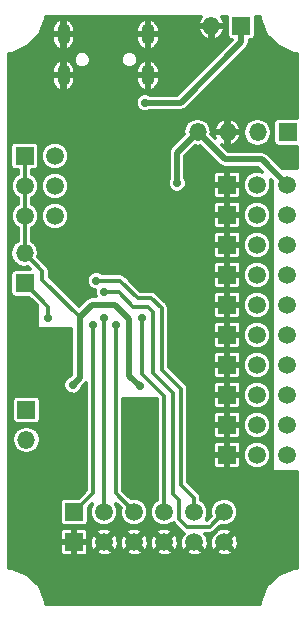
<source format=gbr>
G04 #@! TF.FileFunction,Copper,L2,Bot,Signal*
%FSLAX46Y46*%
G04 Gerber Fmt 4.6, Leading zero omitted, Abs format (unit mm)*
G04 Created by KiCad (PCBNEW 4.0.5) date 11/21/17 13:44:46*
%MOMM*%
%LPD*%
G01*
G04 APERTURE LIST*
%ADD10C,0.100000*%
%ADD11O,1.100000X1.800000*%
%ADD12R,1.500000X1.500000*%
%ADD13C,1.500000*%
%ADD14O,1.500000X1.500000*%
%ADD15C,0.700000*%
%ADD16C,0.500000*%
%ADD17C,0.300000*%
G04 APERTURE END LIST*
D10*
D11*
X105137000Y-54674300D03*
X112287000Y-54674300D03*
X105137000Y-51204300D03*
X112287000Y-51204300D03*
D12*
X106050000Y-91660000D03*
D13*
X108590000Y-91660000D03*
X111130000Y-91660000D03*
X113670000Y-91660000D03*
X116210000Y-91660000D03*
X118750000Y-91660000D03*
D12*
X119000000Y-63950000D03*
D13*
X121540000Y-63950000D03*
X124080000Y-63950000D03*
D12*
X119000000Y-66490000D03*
D13*
X121540000Y-66490000D03*
X124080000Y-66490000D03*
D12*
X119000000Y-69030000D03*
D13*
X121540000Y-69030000D03*
X124080000Y-69030000D03*
D12*
X119000000Y-71570000D03*
D13*
X121540000Y-71570000D03*
X124080000Y-71570000D03*
D12*
X119000000Y-74110000D03*
D13*
X121540000Y-74110000D03*
X124080000Y-74110000D03*
D12*
X119000000Y-76650000D03*
D13*
X121540000Y-76650000D03*
X124080000Y-76650000D03*
D12*
X119000000Y-79190000D03*
D13*
X121540000Y-79190000D03*
X124080000Y-79190000D03*
D12*
X119000000Y-81730000D03*
D13*
X121540000Y-81730000D03*
X124080000Y-81730000D03*
D12*
X119000000Y-84270000D03*
D13*
X121540000Y-84270000D03*
X124080000Y-84270000D03*
D12*
X102000000Y-83000000D03*
D14*
X102000000Y-85540000D03*
D12*
X120200000Y-50500000D03*
D14*
X117660000Y-50500000D03*
D12*
X101850000Y-72300000D03*
D14*
X101850000Y-69760000D03*
D12*
X124100000Y-59500000D03*
D14*
X121560000Y-59500000D03*
X119020000Y-59500000D03*
X116480000Y-59500000D03*
D12*
X119000000Y-86810000D03*
D13*
X121540000Y-86810000D03*
X124080000Y-86810000D03*
D12*
X106050000Y-94200000D03*
D13*
X108590000Y-94200000D03*
X111130000Y-94200000D03*
X113670000Y-94200000D03*
X116210000Y-94200000D03*
X118750000Y-94200000D03*
D12*
X101850000Y-61500000D03*
D13*
X104390000Y-61500000D03*
X101850000Y-64040000D03*
X104390000Y-64040000D03*
X101850000Y-66580000D03*
X104390000Y-66580000D03*
D15*
X112050000Y-57000000D03*
X108991400Y-56642000D03*
X123600000Y-57200000D03*
X120500000Y-98750000D03*
X118750000Y-97000000D03*
X121700000Y-94300000D03*
X112150000Y-71650000D03*
X115000000Y-67500000D03*
X109800000Y-70800000D03*
X107750000Y-66200000D03*
X106300000Y-56700000D03*
X106800000Y-63250000D03*
X106500000Y-58500000D03*
X110250000Y-66200000D03*
X110600000Y-84700000D03*
X112600000Y-84700000D03*
X111800000Y-83050000D03*
X104000000Y-77250000D03*
X104500000Y-79500000D03*
X104750000Y-82750000D03*
X123600000Y-54850000D03*
X114100000Y-58350000D03*
X113400000Y-60700000D03*
X112050000Y-62200000D03*
X115000000Y-50500000D03*
X113500000Y-54000000D03*
X104000000Y-53500000D03*
X101000000Y-53500000D03*
X116200000Y-63000000D03*
X101000000Y-79100000D03*
X105750000Y-88750000D03*
X101500000Y-88750000D03*
X101500000Y-94750000D03*
X105500000Y-98750000D03*
X105900000Y-80900000D03*
X111600000Y-81000000D03*
X114750000Y-63800000D03*
X107650000Y-75850000D03*
X108600000Y-75250000D03*
X109550000Y-75850000D03*
X111800000Y-75200000D03*
X107900000Y-72050000D03*
X108600000Y-73050000D03*
X103850000Y-75250000D03*
D16*
X115050000Y-57000000D02*
X112050000Y-57000000D01*
X120200000Y-51850000D02*
X115050000Y-57000000D01*
X120200000Y-50500000D02*
X120200000Y-51850000D01*
D17*
X112150000Y-71650000D02*
X111300000Y-70800000D01*
X112150000Y-70350000D02*
X112150000Y-71650000D01*
X115000000Y-67500000D02*
X112150000Y-70350000D01*
X111300000Y-70800000D02*
X109800000Y-70800000D01*
X110250000Y-66200000D02*
X107750000Y-66200000D01*
X107000000Y-61750000D02*
X106800000Y-63250000D01*
X106500000Y-61250000D02*
X107000000Y-61750000D01*
X106500000Y-58500000D02*
X106500000Y-61250000D01*
X110600000Y-84700000D02*
X112600000Y-84700000D01*
X104500000Y-82500000D02*
X104500000Y-79500000D01*
X104750000Y-82750000D02*
X104500000Y-82500000D01*
X114100000Y-60000000D02*
X114100000Y-58350000D01*
X113400000Y-60700000D02*
X114100000Y-60000000D01*
X115000000Y-50500000D02*
X115000000Y-52000000D01*
X113500000Y-53500000D02*
X113500000Y-54000000D01*
X115000000Y-52000000D02*
X113500000Y-53500000D01*
X101000000Y-53500000D02*
X104000000Y-53500000D01*
X101500000Y-88750000D02*
X105750000Y-88750000D01*
X105500000Y-98750000D02*
X101500000Y-94750000D01*
X101850000Y-69760000D02*
X103350000Y-71260000D01*
X103350000Y-72000000D02*
X106500000Y-75150000D01*
X103350000Y-71260000D02*
X103350000Y-72000000D01*
D16*
X105900000Y-80900000D02*
X106500000Y-80300000D01*
X106500000Y-80300000D02*
X106500000Y-75150000D01*
X106870000Y-74780000D02*
X106500000Y-75150000D01*
X107550000Y-74100000D02*
X106870000Y-74780000D01*
X109500000Y-74100000D02*
X107550000Y-74100000D01*
X110700000Y-75300000D02*
X109500000Y-74100000D01*
X110700000Y-80100000D02*
X110700000Y-75300000D01*
X111600000Y-81000000D02*
X110700000Y-80100000D01*
X111600000Y-81000000D02*
X111600000Y-81000000D01*
X124080000Y-63950000D02*
X121930000Y-61800000D01*
X118780000Y-61800000D02*
X116480000Y-59500000D01*
X121930000Y-61800000D02*
X118780000Y-61800000D01*
D17*
X101850000Y-66580000D02*
X101850000Y-69760000D01*
X101850000Y-64040000D02*
X101850000Y-66580000D01*
X101850000Y-61500000D02*
X101850000Y-64040000D01*
D16*
X116480000Y-59500000D02*
X114750000Y-61230000D01*
X114750000Y-61230000D02*
X114750000Y-63800000D01*
D17*
X107650000Y-90060000D02*
X107650000Y-75850000D01*
X107650000Y-90060000D02*
X106050000Y-91660000D01*
X108590000Y-75260000D02*
X108600000Y-75250000D01*
X108590000Y-75260000D02*
X108590000Y-91660000D01*
X111130000Y-91660000D02*
X109550000Y-90080000D01*
X109550000Y-90080000D02*
X109550000Y-75850000D01*
X111800000Y-75200000D02*
X111800000Y-79950000D01*
X111800000Y-79950000D02*
X113670000Y-81820000D01*
X113670000Y-81820000D02*
X113670000Y-91660000D01*
X109950000Y-72050000D02*
X111400000Y-73500000D01*
X111400000Y-73500000D02*
X112550000Y-73500000D01*
X116210000Y-90460000D02*
X116210000Y-91660000D01*
X115100000Y-89350000D02*
X116210000Y-90460000D01*
X115100000Y-81250000D02*
X115100000Y-89350000D01*
X113450000Y-79600000D02*
X115100000Y-81250000D01*
X113450000Y-74400000D02*
X113450000Y-79600000D01*
X112550000Y-73500000D02*
X113450000Y-74400000D01*
X107900000Y-72050000D02*
X109950000Y-72050000D01*
X109850000Y-73050000D02*
X111050000Y-74250000D01*
X111050000Y-74250000D02*
X112250000Y-74250000D01*
X118750000Y-91660000D02*
X117510000Y-92900000D01*
X117510000Y-92900000D02*
X115600000Y-92900000D01*
X115600000Y-92900000D02*
X114950000Y-92250000D01*
X114950000Y-92250000D02*
X114950000Y-90650000D01*
X114950000Y-90650000D02*
X114400000Y-90100000D01*
X114400000Y-90100000D02*
X114400000Y-81550000D01*
X114400000Y-81550000D02*
X112750000Y-79900000D01*
X112750000Y-79900000D02*
X112750000Y-74750000D01*
X112750000Y-74750000D02*
X112250000Y-74250000D01*
X109850000Y-73050000D02*
X108600000Y-73050000D01*
X101850000Y-72300000D02*
X103850000Y-74300000D01*
X103850000Y-74300000D02*
X103850000Y-75250000D01*
G36*
X116692633Y-49789914D02*
X116494531Y-50214161D01*
X116576665Y-50400000D01*
X117560000Y-50400000D01*
X117560000Y-50380000D01*
X117760000Y-50380000D01*
X117760000Y-50400000D01*
X118743335Y-50400000D01*
X118825469Y-50214161D01*
X118627367Y-49789914D01*
X118556451Y-49725000D01*
X118996247Y-49725000D01*
X118991184Y-49750000D01*
X118991184Y-51250000D01*
X119022562Y-51416760D01*
X119121117Y-51569919D01*
X119271495Y-51672668D01*
X119367866Y-51692184D01*
X114760050Y-56300000D01*
X112450320Y-56300000D01*
X112209828Y-56200139D01*
X111891568Y-56199861D01*
X111597428Y-56321397D01*
X111372188Y-56546245D01*
X111250139Y-56840172D01*
X111249861Y-57158432D01*
X111371397Y-57452572D01*
X111596245Y-57677812D01*
X111890172Y-57799861D01*
X112208432Y-57800139D01*
X112450787Y-57700000D01*
X115050000Y-57700000D01*
X115317879Y-57646716D01*
X115544975Y-57494975D01*
X120694975Y-52344975D01*
X120846716Y-52117879D01*
X120900000Y-51850000D01*
X120900000Y-51708816D01*
X120950000Y-51708816D01*
X121116760Y-51677438D01*
X121269919Y-51578883D01*
X121372668Y-51428505D01*
X121408816Y-51250000D01*
X121408816Y-49750000D01*
X121404112Y-49725000D01*
X121762052Y-49725000D01*
X121761868Y-49935345D01*
X122316376Y-51277358D01*
X123342241Y-52305015D01*
X124683285Y-52861865D01*
X124875000Y-52862032D01*
X124875000Y-58296247D01*
X124850000Y-58291184D01*
X123350000Y-58291184D01*
X123183240Y-58322562D01*
X123030081Y-58421117D01*
X122927332Y-58571495D01*
X122891184Y-58750000D01*
X122891184Y-60250000D01*
X122922562Y-60416760D01*
X123021117Y-60569919D01*
X123171495Y-60672668D01*
X123350000Y-60708816D01*
X124850000Y-60708816D01*
X124875000Y-60704112D01*
X124875000Y-62550000D01*
X123669950Y-62550000D01*
X122424975Y-61305025D01*
X122197879Y-61153284D01*
X121930000Y-61100000D01*
X119069950Y-61100000D01*
X118565589Y-60595639D01*
X118734163Y-60665460D01*
X118920000Y-60582893D01*
X118920000Y-59600000D01*
X119120000Y-59600000D01*
X119120000Y-60582893D01*
X119305837Y-60665460D01*
X119641992Y-60526229D01*
X119987367Y-60210086D01*
X120185469Y-59785839D01*
X120103335Y-59600000D01*
X119120000Y-59600000D01*
X118920000Y-59600000D01*
X117936665Y-59600000D01*
X117854531Y-59785839D01*
X117941029Y-59971079D01*
X117649051Y-59679101D01*
X117680000Y-59523509D01*
X117680000Y-59476491D01*
X120360000Y-59476491D01*
X120360000Y-59523509D01*
X120451345Y-59982729D01*
X120711472Y-60372037D01*
X121100780Y-60632164D01*
X121560000Y-60723509D01*
X122019220Y-60632164D01*
X122408528Y-60372037D01*
X122668655Y-59982729D01*
X122760000Y-59523509D01*
X122760000Y-59476491D01*
X122668655Y-59017271D01*
X122408528Y-58627963D01*
X122019220Y-58367836D01*
X121560000Y-58276491D01*
X121100780Y-58367836D01*
X120711472Y-58627963D01*
X120451345Y-59017271D01*
X120360000Y-59476491D01*
X117680000Y-59476491D01*
X117627820Y-59214161D01*
X117854531Y-59214161D01*
X117936665Y-59400000D01*
X118920000Y-59400000D01*
X118920000Y-58417107D01*
X119120000Y-58417107D01*
X119120000Y-59400000D01*
X120103335Y-59400000D01*
X120185469Y-59214161D01*
X119987367Y-58789914D01*
X119641992Y-58473771D01*
X119305837Y-58334540D01*
X119120000Y-58417107D01*
X118920000Y-58417107D01*
X118734163Y-58334540D01*
X118398008Y-58473771D01*
X118052633Y-58789914D01*
X117854531Y-59214161D01*
X117627820Y-59214161D01*
X117588655Y-59017271D01*
X117328528Y-58627963D01*
X116939220Y-58367836D01*
X116480000Y-58276491D01*
X116020780Y-58367836D01*
X115631472Y-58627963D01*
X115371345Y-59017271D01*
X115280000Y-59476491D01*
X115280000Y-59523509D01*
X115310949Y-59679101D01*
X114255025Y-60735025D01*
X114103284Y-60962121D01*
X114103284Y-60962122D01*
X114050000Y-61230000D01*
X114050000Y-63399680D01*
X113950139Y-63640172D01*
X113949861Y-63958432D01*
X114071397Y-64252572D01*
X114296245Y-64477812D01*
X114590172Y-64599861D01*
X114908432Y-64600139D01*
X115202572Y-64478603D01*
X115427812Y-64253755D01*
X115465704Y-64162500D01*
X117800000Y-64162500D01*
X117800000Y-64789511D01*
X117868509Y-64954905D01*
X117995096Y-65081492D01*
X118160490Y-65150000D01*
X118787500Y-65150000D01*
X118900000Y-65037500D01*
X118900000Y-64050000D01*
X119100000Y-64050000D01*
X119100000Y-65037500D01*
X119212500Y-65150000D01*
X119839510Y-65150000D01*
X120004904Y-65081492D01*
X120131491Y-64954905D01*
X120200000Y-64789511D01*
X120200000Y-64162500D01*
X120087500Y-64050000D01*
X119100000Y-64050000D01*
X118900000Y-64050000D01*
X117912500Y-64050000D01*
X117800000Y-64162500D01*
X115465704Y-64162500D01*
X115549861Y-63959828D01*
X115550139Y-63641568D01*
X115450000Y-63399213D01*
X115450000Y-63110489D01*
X117800000Y-63110489D01*
X117800000Y-63737500D01*
X117912500Y-63850000D01*
X118900000Y-63850000D01*
X118900000Y-62862500D01*
X119100000Y-62862500D01*
X119100000Y-63850000D01*
X120087500Y-63850000D01*
X120200000Y-63737500D01*
X120200000Y-63110489D01*
X120131491Y-62945095D01*
X120004904Y-62818508D01*
X119839510Y-62750000D01*
X119212500Y-62750000D01*
X119100000Y-62862500D01*
X118900000Y-62862500D01*
X118787500Y-62750000D01*
X118160490Y-62750000D01*
X117995096Y-62818508D01*
X117868509Y-62945095D01*
X117800000Y-63110489D01*
X115450000Y-63110489D01*
X115450000Y-61519950D01*
X116285191Y-60684759D01*
X116480000Y-60723509D01*
X116674809Y-60684759D01*
X118285025Y-62294975D01*
X118512122Y-62446716D01*
X118780000Y-62500000D01*
X121640050Y-62500000D01*
X121968736Y-62828686D01*
X121779742Y-62750209D01*
X121302353Y-62749793D01*
X120861143Y-62932097D01*
X120523283Y-63269367D01*
X120340209Y-63710258D01*
X120339793Y-64187647D01*
X120522097Y-64628857D01*
X120859367Y-64966717D01*
X121300258Y-65149791D01*
X121777647Y-65150207D01*
X122218857Y-64967903D01*
X122556717Y-64630633D01*
X122739791Y-64189742D01*
X122740207Y-63712353D01*
X122661206Y-63521156D01*
X122750000Y-63609950D01*
X122750000Y-88100000D01*
X122761818Y-88158358D01*
X122795409Y-88207521D01*
X122845481Y-88239742D01*
X122900000Y-88250000D01*
X124875000Y-88250000D01*
X124875000Y-96362030D01*
X124689655Y-96361868D01*
X123347642Y-96916376D01*
X122319985Y-97942241D01*
X121763135Y-99283285D01*
X121762968Y-99475000D01*
X103662970Y-99475000D01*
X103663132Y-99289655D01*
X103108624Y-97947642D01*
X102082759Y-96919985D01*
X100741715Y-96363135D01*
X100525000Y-96362946D01*
X100525000Y-94412500D01*
X104850000Y-94412500D01*
X104850000Y-95039511D01*
X104918509Y-95204905D01*
X105045096Y-95331492D01*
X105210490Y-95400000D01*
X105837500Y-95400000D01*
X105950000Y-95287500D01*
X105950000Y-94300000D01*
X106150000Y-94300000D01*
X106150000Y-95287500D01*
X106262500Y-95400000D01*
X106889510Y-95400000D01*
X107054904Y-95331492D01*
X107181491Y-95204905D01*
X107244361Y-95053124D01*
X107878298Y-95053124D01*
X107954147Y-95245307D01*
X108402571Y-95409068D01*
X108879528Y-95388760D01*
X109225853Y-95245307D01*
X109301702Y-95053124D01*
X110418298Y-95053124D01*
X110494147Y-95245307D01*
X110942571Y-95409068D01*
X111419528Y-95388760D01*
X111765853Y-95245307D01*
X111841702Y-95053124D01*
X112958298Y-95053124D01*
X113034147Y-95245307D01*
X113482571Y-95409068D01*
X113959528Y-95388760D01*
X114305853Y-95245307D01*
X114381702Y-95053124D01*
X115498298Y-95053124D01*
X115574147Y-95245307D01*
X116022571Y-95409068D01*
X116499528Y-95388760D01*
X116845853Y-95245307D01*
X116921702Y-95053124D01*
X118038298Y-95053124D01*
X118114147Y-95245307D01*
X118562571Y-95409068D01*
X119039528Y-95388760D01*
X119385853Y-95245307D01*
X119461702Y-95053124D01*
X118750000Y-94341421D01*
X118038298Y-95053124D01*
X116921702Y-95053124D01*
X116210000Y-94341421D01*
X115498298Y-95053124D01*
X114381702Y-95053124D01*
X113670000Y-94341421D01*
X112958298Y-95053124D01*
X111841702Y-95053124D01*
X111130000Y-94341421D01*
X110418298Y-95053124D01*
X109301702Y-95053124D01*
X108590000Y-94341421D01*
X107878298Y-95053124D01*
X107244361Y-95053124D01*
X107250000Y-95039511D01*
X107250000Y-94412500D01*
X107137500Y-94300000D01*
X106150000Y-94300000D01*
X105950000Y-94300000D01*
X104962500Y-94300000D01*
X104850000Y-94412500D01*
X100525000Y-94412500D01*
X100525000Y-93360489D01*
X104850000Y-93360489D01*
X104850000Y-93987500D01*
X104962500Y-94100000D01*
X105950000Y-94100000D01*
X105950000Y-93112500D01*
X106150000Y-93112500D01*
X106150000Y-94100000D01*
X107137500Y-94100000D01*
X107224929Y-94012571D01*
X107380932Y-94012571D01*
X107401240Y-94489528D01*
X107544693Y-94835853D01*
X107736876Y-94911702D01*
X108448579Y-94200000D01*
X108731421Y-94200000D01*
X109443124Y-94911702D01*
X109635307Y-94835853D01*
X109799068Y-94387429D01*
X109783108Y-94012571D01*
X109920932Y-94012571D01*
X109941240Y-94489528D01*
X110084693Y-94835853D01*
X110276876Y-94911702D01*
X110988579Y-94200000D01*
X111271421Y-94200000D01*
X111983124Y-94911702D01*
X112175307Y-94835853D01*
X112339068Y-94387429D01*
X112323108Y-94012571D01*
X112460932Y-94012571D01*
X112481240Y-94489528D01*
X112624693Y-94835853D01*
X112816876Y-94911702D01*
X113528579Y-94200000D01*
X113811421Y-94200000D01*
X114523124Y-94911702D01*
X114715307Y-94835853D01*
X114879068Y-94387429D01*
X114858760Y-93910472D01*
X114715307Y-93564147D01*
X114523124Y-93488298D01*
X113811421Y-94200000D01*
X113528579Y-94200000D01*
X112816876Y-93488298D01*
X112624693Y-93564147D01*
X112460932Y-94012571D01*
X112323108Y-94012571D01*
X112318760Y-93910472D01*
X112175307Y-93564147D01*
X111983124Y-93488298D01*
X111271421Y-94200000D01*
X110988579Y-94200000D01*
X110276876Y-93488298D01*
X110084693Y-93564147D01*
X109920932Y-94012571D01*
X109783108Y-94012571D01*
X109778760Y-93910472D01*
X109635307Y-93564147D01*
X109443124Y-93488298D01*
X108731421Y-94200000D01*
X108448579Y-94200000D01*
X107736876Y-93488298D01*
X107544693Y-93564147D01*
X107380932Y-94012571D01*
X107224929Y-94012571D01*
X107250000Y-93987500D01*
X107250000Y-93360489D01*
X107244362Y-93346876D01*
X107878298Y-93346876D01*
X108590000Y-94058579D01*
X109301702Y-93346876D01*
X110418298Y-93346876D01*
X111130000Y-94058579D01*
X111841702Y-93346876D01*
X112958298Y-93346876D01*
X113670000Y-94058579D01*
X114381702Y-93346876D01*
X114305853Y-93154693D01*
X113857429Y-92990932D01*
X113380472Y-93011240D01*
X113034147Y-93154693D01*
X112958298Y-93346876D01*
X111841702Y-93346876D01*
X111765853Y-93154693D01*
X111317429Y-92990932D01*
X110840472Y-93011240D01*
X110494147Y-93154693D01*
X110418298Y-93346876D01*
X109301702Y-93346876D01*
X109225853Y-93154693D01*
X108777429Y-92990932D01*
X108300472Y-93011240D01*
X107954147Y-93154693D01*
X107878298Y-93346876D01*
X107244362Y-93346876D01*
X107181491Y-93195095D01*
X107054904Y-93068508D01*
X106889510Y-93000000D01*
X106262500Y-93000000D01*
X106150000Y-93112500D01*
X105950000Y-93112500D01*
X105837500Y-93000000D01*
X105210490Y-93000000D01*
X105045096Y-93068508D01*
X104918509Y-93195095D01*
X104850000Y-93360489D01*
X100525000Y-93360489D01*
X100525000Y-85540000D01*
X100776491Y-85540000D01*
X100867836Y-85999220D01*
X101127963Y-86388528D01*
X101517271Y-86648655D01*
X101976491Y-86740000D01*
X102023509Y-86740000D01*
X102482729Y-86648655D01*
X102872037Y-86388528D01*
X103132164Y-85999220D01*
X103223509Y-85540000D01*
X103132164Y-85080780D01*
X102872037Y-84691472D01*
X102482729Y-84431345D01*
X102023509Y-84340000D01*
X101976491Y-84340000D01*
X101517271Y-84431345D01*
X101127963Y-84691472D01*
X100867836Y-85080780D01*
X100776491Y-85540000D01*
X100525000Y-85540000D01*
X100525000Y-82250000D01*
X100791184Y-82250000D01*
X100791184Y-83750000D01*
X100822562Y-83916760D01*
X100921117Y-84069919D01*
X101071495Y-84172668D01*
X101250000Y-84208816D01*
X102750000Y-84208816D01*
X102916760Y-84177438D01*
X103069919Y-84078883D01*
X103172668Y-83928505D01*
X103208816Y-83750000D01*
X103208816Y-82250000D01*
X103177438Y-82083240D01*
X103078883Y-81930081D01*
X102928505Y-81827332D01*
X102750000Y-81791184D01*
X101250000Y-81791184D01*
X101083240Y-81822562D01*
X100930081Y-81921117D01*
X100827332Y-82071495D01*
X100791184Y-82250000D01*
X100525000Y-82250000D01*
X100525000Y-69760000D01*
X100626491Y-69760000D01*
X100717836Y-70219220D01*
X100977963Y-70608528D01*
X101367271Y-70868655D01*
X101826491Y-70960000D01*
X101873509Y-70960000D01*
X102147059Y-70905587D01*
X102332656Y-71091184D01*
X101100000Y-71091184D01*
X100933240Y-71122562D01*
X100780081Y-71221117D01*
X100677332Y-71371495D01*
X100641184Y-71550000D01*
X100641184Y-73050000D01*
X100672562Y-73216760D01*
X100771117Y-73369919D01*
X100921495Y-73472668D01*
X101100000Y-73508816D01*
X102210288Y-73508816D01*
X102850000Y-74148528D01*
X102850000Y-76000000D01*
X102861818Y-76058358D01*
X102895409Y-76107521D01*
X102945481Y-76139742D01*
X103000000Y-76150000D01*
X105800000Y-76150000D01*
X105800000Y-80010050D01*
X105688094Y-80121956D01*
X105447428Y-80221397D01*
X105222188Y-80446245D01*
X105100139Y-80740172D01*
X105099861Y-81058432D01*
X105221397Y-81352572D01*
X105446245Y-81577812D01*
X105740172Y-81699861D01*
X106058432Y-81700139D01*
X106352572Y-81578603D01*
X106577812Y-81353755D01*
X106678373Y-81111577D01*
X106994975Y-80794975D01*
X107050000Y-80712624D01*
X107050000Y-89811472D01*
X106410288Y-90451184D01*
X105300000Y-90451184D01*
X105133240Y-90482562D01*
X104980081Y-90581117D01*
X104877332Y-90731495D01*
X104841184Y-90910000D01*
X104841184Y-92410000D01*
X104872562Y-92576760D01*
X104971117Y-92729919D01*
X105121495Y-92832668D01*
X105300000Y-92868816D01*
X106800000Y-92868816D01*
X106966760Y-92837438D01*
X107119919Y-92738883D01*
X107222668Y-92588505D01*
X107258816Y-92410000D01*
X107258816Y-91299712D01*
X107569109Y-90989419D01*
X107390209Y-91420258D01*
X107389793Y-91897647D01*
X107572097Y-92338857D01*
X107909367Y-92676717D01*
X108350258Y-92859791D01*
X108827647Y-92860207D01*
X109268857Y-92677903D01*
X109606717Y-92340633D01*
X109789791Y-91899742D01*
X109790207Y-91422353D01*
X109611626Y-90990154D01*
X109962930Y-91341458D01*
X109930209Y-91420258D01*
X109929793Y-91897647D01*
X110112097Y-92338857D01*
X110449367Y-92676717D01*
X110890258Y-92859791D01*
X111367647Y-92860207D01*
X111808857Y-92677903D01*
X112146717Y-92340633D01*
X112329791Y-91899742D01*
X112330207Y-91422353D01*
X112147903Y-90981143D01*
X111810633Y-90643283D01*
X111369742Y-90460209D01*
X110892353Y-90459793D01*
X110811662Y-90493134D01*
X110150000Y-89831472D01*
X110150000Y-82050000D01*
X113051472Y-82050000D01*
X113070000Y-82068528D01*
X113070000Y-90609514D01*
X112991143Y-90642097D01*
X112653283Y-90979367D01*
X112470209Y-91420258D01*
X112469793Y-91897647D01*
X112652097Y-92338857D01*
X112989367Y-92676717D01*
X113430258Y-92859791D01*
X113907647Y-92860207D01*
X114348857Y-92677903D01*
X114456421Y-92570527D01*
X114525736Y-92674264D01*
X115175736Y-93324264D01*
X115285947Y-93397905D01*
X115276214Y-93407638D01*
X115356875Y-93488299D01*
X115164693Y-93564147D01*
X115000932Y-94012571D01*
X115021240Y-94489528D01*
X115164693Y-94835853D01*
X115356876Y-94911702D01*
X116068579Y-94200000D01*
X116054436Y-94185858D01*
X116195858Y-94044436D01*
X116210000Y-94058579D01*
X116224142Y-94044436D01*
X116365564Y-94185858D01*
X116351421Y-94200000D01*
X117063124Y-94911702D01*
X117255307Y-94835853D01*
X117419068Y-94387429D01*
X117398760Y-93910472D01*
X117255307Y-93564147D01*
X117092774Y-93500000D01*
X117510000Y-93500000D01*
X117739610Y-93454328D01*
X117829761Y-93394091D01*
X117816214Y-93407638D01*
X117896875Y-93488299D01*
X117704693Y-93564147D01*
X117540932Y-94012571D01*
X117561240Y-94489528D01*
X117704693Y-94835853D01*
X117896876Y-94911702D01*
X118608579Y-94200000D01*
X118891421Y-94200000D01*
X119603124Y-94911702D01*
X119795307Y-94835853D01*
X119959068Y-94387429D01*
X119938760Y-93910472D01*
X119795307Y-93564147D01*
X119603124Y-93488298D01*
X118891421Y-94200000D01*
X118608579Y-94200000D01*
X118594436Y-94185858D01*
X118735858Y-94044436D01*
X118750000Y-94058579D01*
X119461702Y-93346876D01*
X119385853Y-93154693D01*
X118937429Y-92990932D01*
X118460472Y-93011240D01*
X118114147Y-93154693D01*
X118038299Y-93346875D01*
X117974976Y-93283552D01*
X118431458Y-92827070D01*
X118510258Y-92859791D01*
X118987647Y-92860207D01*
X119428857Y-92677903D01*
X119766717Y-92340633D01*
X119949791Y-91899742D01*
X119950207Y-91422353D01*
X119767903Y-90981143D01*
X119430633Y-90643283D01*
X118989742Y-90460209D01*
X118512353Y-90459793D01*
X118071143Y-90642097D01*
X117733283Y-90979367D01*
X117550209Y-91420258D01*
X117549793Y-91897647D01*
X117583134Y-91978338D01*
X117261472Y-92300000D01*
X117243589Y-92300000D01*
X117409791Y-91899742D01*
X117410207Y-91422353D01*
X117227903Y-90981143D01*
X116890633Y-90643283D01*
X116810000Y-90609801D01*
X116810000Y-90460000D01*
X116764328Y-90230390D01*
X116634264Y-90035736D01*
X115700000Y-89101472D01*
X115700000Y-87022500D01*
X117800000Y-87022500D01*
X117800000Y-87649511D01*
X117868509Y-87814905D01*
X117995096Y-87941492D01*
X118160490Y-88010000D01*
X118787500Y-88010000D01*
X118900000Y-87897500D01*
X118900000Y-86910000D01*
X119100000Y-86910000D01*
X119100000Y-87897500D01*
X119212500Y-88010000D01*
X119839510Y-88010000D01*
X120004904Y-87941492D01*
X120131491Y-87814905D01*
X120200000Y-87649511D01*
X120200000Y-87047647D01*
X120339793Y-87047647D01*
X120522097Y-87488857D01*
X120859367Y-87826717D01*
X121300258Y-88009791D01*
X121777647Y-88010207D01*
X122218857Y-87827903D01*
X122556717Y-87490633D01*
X122739791Y-87049742D01*
X122740207Y-86572353D01*
X122557903Y-86131143D01*
X122220633Y-85793283D01*
X121779742Y-85610209D01*
X121302353Y-85609793D01*
X120861143Y-85792097D01*
X120523283Y-86129367D01*
X120340209Y-86570258D01*
X120339793Y-87047647D01*
X120200000Y-87047647D01*
X120200000Y-87022500D01*
X120087500Y-86910000D01*
X119100000Y-86910000D01*
X118900000Y-86910000D01*
X117912500Y-86910000D01*
X117800000Y-87022500D01*
X115700000Y-87022500D01*
X115700000Y-85970489D01*
X117800000Y-85970489D01*
X117800000Y-86597500D01*
X117912500Y-86710000D01*
X118900000Y-86710000D01*
X118900000Y-85722500D01*
X119100000Y-85722500D01*
X119100000Y-86710000D01*
X120087500Y-86710000D01*
X120200000Y-86597500D01*
X120200000Y-85970489D01*
X120131491Y-85805095D01*
X120004904Y-85678508D01*
X119839510Y-85610000D01*
X119212500Y-85610000D01*
X119100000Y-85722500D01*
X118900000Y-85722500D01*
X118787500Y-85610000D01*
X118160490Y-85610000D01*
X117995096Y-85678508D01*
X117868509Y-85805095D01*
X117800000Y-85970489D01*
X115700000Y-85970489D01*
X115700000Y-84482500D01*
X117800000Y-84482500D01*
X117800000Y-85109511D01*
X117868509Y-85274905D01*
X117995096Y-85401492D01*
X118160490Y-85470000D01*
X118787500Y-85470000D01*
X118900000Y-85357500D01*
X118900000Y-84370000D01*
X119100000Y-84370000D01*
X119100000Y-85357500D01*
X119212500Y-85470000D01*
X119839510Y-85470000D01*
X120004904Y-85401492D01*
X120131491Y-85274905D01*
X120200000Y-85109511D01*
X120200000Y-84507647D01*
X120339793Y-84507647D01*
X120522097Y-84948857D01*
X120859367Y-85286717D01*
X121300258Y-85469791D01*
X121777647Y-85470207D01*
X122218857Y-85287903D01*
X122556717Y-84950633D01*
X122739791Y-84509742D01*
X122740207Y-84032353D01*
X122557903Y-83591143D01*
X122220633Y-83253283D01*
X121779742Y-83070209D01*
X121302353Y-83069793D01*
X120861143Y-83252097D01*
X120523283Y-83589367D01*
X120340209Y-84030258D01*
X120339793Y-84507647D01*
X120200000Y-84507647D01*
X120200000Y-84482500D01*
X120087500Y-84370000D01*
X119100000Y-84370000D01*
X118900000Y-84370000D01*
X117912500Y-84370000D01*
X117800000Y-84482500D01*
X115700000Y-84482500D01*
X115700000Y-83430489D01*
X117800000Y-83430489D01*
X117800000Y-84057500D01*
X117912500Y-84170000D01*
X118900000Y-84170000D01*
X118900000Y-83182500D01*
X119100000Y-83182500D01*
X119100000Y-84170000D01*
X120087500Y-84170000D01*
X120200000Y-84057500D01*
X120200000Y-83430489D01*
X120131491Y-83265095D01*
X120004904Y-83138508D01*
X119839510Y-83070000D01*
X119212500Y-83070000D01*
X119100000Y-83182500D01*
X118900000Y-83182500D01*
X118787500Y-83070000D01*
X118160490Y-83070000D01*
X117995096Y-83138508D01*
X117868509Y-83265095D01*
X117800000Y-83430489D01*
X115700000Y-83430489D01*
X115700000Y-81942500D01*
X117800000Y-81942500D01*
X117800000Y-82569511D01*
X117868509Y-82734905D01*
X117995096Y-82861492D01*
X118160490Y-82930000D01*
X118787500Y-82930000D01*
X118900000Y-82817500D01*
X118900000Y-81830000D01*
X119100000Y-81830000D01*
X119100000Y-82817500D01*
X119212500Y-82930000D01*
X119839510Y-82930000D01*
X120004904Y-82861492D01*
X120131491Y-82734905D01*
X120200000Y-82569511D01*
X120200000Y-81967647D01*
X120339793Y-81967647D01*
X120522097Y-82408857D01*
X120859367Y-82746717D01*
X121300258Y-82929791D01*
X121777647Y-82930207D01*
X122218857Y-82747903D01*
X122556717Y-82410633D01*
X122739791Y-81969742D01*
X122740207Y-81492353D01*
X122557903Y-81051143D01*
X122220633Y-80713283D01*
X121779742Y-80530209D01*
X121302353Y-80529793D01*
X120861143Y-80712097D01*
X120523283Y-81049367D01*
X120340209Y-81490258D01*
X120339793Y-81967647D01*
X120200000Y-81967647D01*
X120200000Y-81942500D01*
X120087500Y-81830000D01*
X119100000Y-81830000D01*
X118900000Y-81830000D01*
X117912500Y-81830000D01*
X117800000Y-81942500D01*
X115700000Y-81942500D01*
X115700000Y-81250000D01*
X115681786Y-81158432D01*
X115654328Y-81020389D01*
X115567531Y-80890489D01*
X117800000Y-80890489D01*
X117800000Y-81517500D01*
X117912500Y-81630000D01*
X118900000Y-81630000D01*
X118900000Y-80642500D01*
X119100000Y-80642500D01*
X119100000Y-81630000D01*
X120087500Y-81630000D01*
X120200000Y-81517500D01*
X120200000Y-80890489D01*
X120131491Y-80725095D01*
X120004904Y-80598508D01*
X119839510Y-80530000D01*
X119212500Y-80530000D01*
X119100000Y-80642500D01*
X118900000Y-80642500D01*
X118787500Y-80530000D01*
X118160490Y-80530000D01*
X117995096Y-80598508D01*
X117868509Y-80725095D01*
X117800000Y-80890489D01*
X115567531Y-80890489D01*
X115524264Y-80825736D01*
X114101028Y-79402500D01*
X117800000Y-79402500D01*
X117800000Y-80029511D01*
X117868509Y-80194905D01*
X117995096Y-80321492D01*
X118160490Y-80390000D01*
X118787500Y-80390000D01*
X118900000Y-80277500D01*
X118900000Y-79290000D01*
X119100000Y-79290000D01*
X119100000Y-80277500D01*
X119212500Y-80390000D01*
X119839510Y-80390000D01*
X120004904Y-80321492D01*
X120131491Y-80194905D01*
X120200000Y-80029511D01*
X120200000Y-79427647D01*
X120339793Y-79427647D01*
X120522097Y-79868857D01*
X120859367Y-80206717D01*
X121300258Y-80389791D01*
X121777647Y-80390207D01*
X122218857Y-80207903D01*
X122556717Y-79870633D01*
X122739791Y-79429742D01*
X122740207Y-78952353D01*
X122557903Y-78511143D01*
X122220633Y-78173283D01*
X121779742Y-77990209D01*
X121302353Y-77989793D01*
X120861143Y-78172097D01*
X120523283Y-78509367D01*
X120340209Y-78950258D01*
X120339793Y-79427647D01*
X120200000Y-79427647D01*
X120200000Y-79402500D01*
X120087500Y-79290000D01*
X119100000Y-79290000D01*
X118900000Y-79290000D01*
X117912500Y-79290000D01*
X117800000Y-79402500D01*
X114101028Y-79402500D01*
X114050000Y-79351472D01*
X114050000Y-78350489D01*
X117800000Y-78350489D01*
X117800000Y-78977500D01*
X117912500Y-79090000D01*
X118900000Y-79090000D01*
X118900000Y-78102500D01*
X119100000Y-78102500D01*
X119100000Y-79090000D01*
X120087500Y-79090000D01*
X120200000Y-78977500D01*
X120200000Y-78350489D01*
X120131491Y-78185095D01*
X120004904Y-78058508D01*
X119839510Y-77990000D01*
X119212500Y-77990000D01*
X119100000Y-78102500D01*
X118900000Y-78102500D01*
X118787500Y-77990000D01*
X118160490Y-77990000D01*
X117995096Y-78058508D01*
X117868509Y-78185095D01*
X117800000Y-78350489D01*
X114050000Y-78350489D01*
X114050000Y-76862500D01*
X117800000Y-76862500D01*
X117800000Y-77489511D01*
X117868509Y-77654905D01*
X117995096Y-77781492D01*
X118160490Y-77850000D01*
X118787500Y-77850000D01*
X118900000Y-77737500D01*
X118900000Y-76750000D01*
X119100000Y-76750000D01*
X119100000Y-77737500D01*
X119212500Y-77850000D01*
X119839510Y-77850000D01*
X120004904Y-77781492D01*
X120131491Y-77654905D01*
X120200000Y-77489511D01*
X120200000Y-76887647D01*
X120339793Y-76887647D01*
X120522097Y-77328857D01*
X120859367Y-77666717D01*
X121300258Y-77849791D01*
X121777647Y-77850207D01*
X122218857Y-77667903D01*
X122556717Y-77330633D01*
X122739791Y-76889742D01*
X122740207Y-76412353D01*
X122557903Y-75971143D01*
X122220633Y-75633283D01*
X121779742Y-75450209D01*
X121302353Y-75449793D01*
X120861143Y-75632097D01*
X120523283Y-75969367D01*
X120340209Y-76410258D01*
X120339793Y-76887647D01*
X120200000Y-76887647D01*
X120200000Y-76862500D01*
X120087500Y-76750000D01*
X119100000Y-76750000D01*
X118900000Y-76750000D01*
X117912500Y-76750000D01*
X117800000Y-76862500D01*
X114050000Y-76862500D01*
X114050000Y-75810489D01*
X117800000Y-75810489D01*
X117800000Y-76437500D01*
X117912500Y-76550000D01*
X118900000Y-76550000D01*
X118900000Y-75562500D01*
X119100000Y-75562500D01*
X119100000Y-76550000D01*
X120087500Y-76550000D01*
X120200000Y-76437500D01*
X120200000Y-75810489D01*
X120131491Y-75645095D01*
X120004904Y-75518508D01*
X119839510Y-75450000D01*
X119212500Y-75450000D01*
X119100000Y-75562500D01*
X118900000Y-75562500D01*
X118787500Y-75450000D01*
X118160490Y-75450000D01*
X117995096Y-75518508D01*
X117868509Y-75645095D01*
X117800000Y-75810489D01*
X114050000Y-75810489D01*
X114050000Y-74400000D01*
X114034585Y-74322500D01*
X117800000Y-74322500D01*
X117800000Y-74949511D01*
X117868509Y-75114905D01*
X117995096Y-75241492D01*
X118160490Y-75310000D01*
X118787500Y-75310000D01*
X118900000Y-75197500D01*
X118900000Y-74210000D01*
X119100000Y-74210000D01*
X119100000Y-75197500D01*
X119212500Y-75310000D01*
X119839510Y-75310000D01*
X120004904Y-75241492D01*
X120131491Y-75114905D01*
X120200000Y-74949511D01*
X120200000Y-74347647D01*
X120339793Y-74347647D01*
X120522097Y-74788857D01*
X120859367Y-75126717D01*
X121300258Y-75309791D01*
X121777647Y-75310207D01*
X122218857Y-75127903D01*
X122556717Y-74790633D01*
X122739791Y-74349742D01*
X122740207Y-73872353D01*
X122557903Y-73431143D01*
X122220633Y-73093283D01*
X121779742Y-72910209D01*
X121302353Y-72909793D01*
X120861143Y-73092097D01*
X120523283Y-73429367D01*
X120340209Y-73870258D01*
X120339793Y-74347647D01*
X120200000Y-74347647D01*
X120200000Y-74322500D01*
X120087500Y-74210000D01*
X119100000Y-74210000D01*
X118900000Y-74210000D01*
X117912500Y-74210000D01*
X117800000Y-74322500D01*
X114034585Y-74322500D01*
X114004328Y-74170390D01*
X113874264Y-73975736D01*
X113169017Y-73270489D01*
X117800000Y-73270489D01*
X117800000Y-73897500D01*
X117912500Y-74010000D01*
X118900000Y-74010000D01*
X118900000Y-73022500D01*
X119100000Y-73022500D01*
X119100000Y-74010000D01*
X120087500Y-74010000D01*
X120200000Y-73897500D01*
X120200000Y-73270489D01*
X120131491Y-73105095D01*
X120004904Y-72978508D01*
X119839510Y-72910000D01*
X119212500Y-72910000D01*
X119100000Y-73022500D01*
X118900000Y-73022500D01*
X118787500Y-72910000D01*
X118160490Y-72910000D01*
X117995096Y-72978508D01*
X117868509Y-73105095D01*
X117800000Y-73270489D01*
X113169017Y-73270489D01*
X112974264Y-73075736D01*
X112779610Y-72945672D01*
X112550000Y-72900000D01*
X111648528Y-72900000D01*
X110531028Y-71782500D01*
X117800000Y-71782500D01*
X117800000Y-72409511D01*
X117868509Y-72574905D01*
X117995096Y-72701492D01*
X118160490Y-72770000D01*
X118787500Y-72770000D01*
X118900000Y-72657500D01*
X118900000Y-71670000D01*
X119100000Y-71670000D01*
X119100000Y-72657500D01*
X119212500Y-72770000D01*
X119839510Y-72770000D01*
X120004904Y-72701492D01*
X120131491Y-72574905D01*
X120200000Y-72409511D01*
X120200000Y-71807647D01*
X120339793Y-71807647D01*
X120522097Y-72248857D01*
X120859367Y-72586717D01*
X121300258Y-72769791D01*
X121777647Y-72770207D01*
X122218857Y-72587903D01*
X122556717Y-72250633D01*
X122739791Y-71809742D01*
X122740207Y-71332353D01*
X122557903Y-70891143D01*
X122220633Y-70553283D01*
X121779742Y-70370209D01*
X121302353Y-70369793D01*
X120861143Y-70552097D01*
X120523283Y-70889367D01*
X120340209Y-71330258D01*
X120339793Y-71807647D01*
X120200000Y-71807647D01*
X120200000Y-71782500D01*
X120087500Y-71670000D01*
X119100000Y-71670000D01*
X118900000Y-71670000D01*
X117912500Y-71670000D01*
X117800000Y-71782500D01*
X110531028Y-71782500D01*
X110374264Y-71625736D01*
X110179610Y-71495672D01*
X109950000Y-71450000D01*
X108431432Y-71450000D01*
X108353755Y-71372188D01*
X108059828Y-71250139D01*
X107741568Y-71249861D01*
X107447428Y-71371397D01*
X107222188Y-71596245D01*
X107100139Y-71890172D01*
X107099861Y-72208432D01*
X107221397Y-72502572D01*
X107446245Y-72727812D01*
X107740172Y-72849861D01*
X107816850Y-72849928D01*
X107800139Y-72890172D01*
X107799861Y-73208432D01*
X107879015Y-73400000D01*
X107550000Y-73400000D01*
X107282122Y-73453284D01*
X107056068Y-73604328D01*
X107055025Y-73605025D01*
X106429289Y-74230761D01*
X103950000Y-71751472D01*
X103950000Y-71260000D01*
X103904328Y-71030390D01*
X103904328Y-71030389D01*
X103774264Y-70835736D01*
X103669017Y-70730489D01*
X117800000Y-70730489D01*
X117800000Y-71357500D01*
X117912500Y-71470000D01*
X118900000Y-71470000D01*
X118900000Y-70482500D01*
X119100000Y-70482500D01*
X119100000Y-71470000D01*
X120087500Y-71470000D01*
X120200000Y-71357500D01*
X120200000Y-70730489D01*
X120131491Y-70565095D01*
X120004904Y-70438508D01*
X119839510Y-70370000D01*
X119212500Y-70370000D01*
X119100000Y-70482500D01*
X118900000Y-70482500D01*
X118787500Y-70370000D01*
X118160490Y-70370000D01*
X117995096Y-70438508D01*
X117868509Y-70565095D01*
X117800000Y-70730489D01*
X103669017Y-70730489D01*
X103011295Y-70072767D01*
X103073509Y-69760000D01*
X102982164Y-69300780D01*
X102943223Y-69242500D01*
X117800000Y-69242500D01*
X117800000Y-69869511D01*
X117868509Y-70034905D01*
X117995096Y-70161492D01*
X118160490Y-70230000D01*
X118787500Y-70230000D01*
X118900000Y-70117500D01*
X118900000Y-69130000D01*
X119100000Y-69130000D01*
X119100000Y-70117500D01*
X119212500Y-70230000D01*
X119839510Y-70230000D01*
X120004904Y-70161492D01*
X120131491Y-70034905D01*
X120200000Y-69869511D01*
X120200000Y-69267647D01*
X120339793Y-69267647D01*
X120522097Y-69708857D01*
X120859367Y-70046717D01*
X121300258Y-70229791D01*
X121777647Y-70230207D01*
X122218857Y-70047903D01*
X122556717Y-69710633D01*
X122739791Y-69269742D01*
X122740207Y-68792353D01*
X122557903Y-68351143D01*
X122220633Y-68013283D01*
X121779742Y-67830209D01*
X121302353Y-67829793D01*
X120861143Y-68012097D01*
X120523283Y-68349367D01*
X120340209Y-68790258D01*
X120339793Y-69267647D01*
X120200000Y-69267647D01*
X120200000Y-69242500D01*
X120087500Y-69130000D01*
X119100000Y-69130000D01*
X118900000Y-69130000D01*
X117912500Y-69130000D01*
X117800000Y-69242500D01*
X102943223Y-69242500D01*
X102722037Y-68911472D01*
X102450000Y-68729703D01*
X102450000Y-68190489D01*
X117800000Y-68190489D01*
X117800000Y-68817500D01*
X117912500Y-68930000D01*
X118900000Y-68930000D01*
X118900000Y-67942500D01*
X119100000Y-67942500D01*
X119100000Y-68930000D01*
X120087500Y-68930000D01*
X120200000Y-68817500D01*
X120200000Y-68190489D01*
X120131491Y-68025095D01*
X120004904Y-67898508D01*
X119839510Y-67830000D01*
X119212500Y-67830000D01*
X119100000Y-67942500D01*
X118900000Y-67942500D01*
X118787500Y-67830000D01*
X118160490Y-67830000D01*
X117995096Y-67898508D01*
X117868509Y-68025095D01*
X117800000Y-68190489D01*
X102450000Y-68190489D01*
X102450000Y-67630486D01*
X102528857Y-67597903D01*
X102866717Y-67260633D01*
X103049791Y-66819742D01*
X103049792Y-66817647D01*
X103189793Y-66817647D01*
X103372097Y-67258857D01*
X103709367Y-67596717D01*
X104150258Y-67779791D01*
X104627647Y-67780207D01*
X105068857Y-67597903D01*
X105406717Y-67260633D01*
X105589791Y-66819742D01*
X105589893Y-66702500D01*
X117800000Y-66702500D01*
X117800000Y-67329511D01*
X117868509Y-67494905D01*
X117995096Y-67621492D01*
X118160490Y-67690000D01*
X118787500Y-67690000D01*
X118900000Y-67577500D01*
X118900000Y-66590000D01*
X119100000Y-66590000D01*
X119100000Y-67577500D01*
X119212500Y-67690000D01*
X119839510Y-67690000D01*
X120004904Y-67621492D01*
X120131491Y-67494905D01*
X120200000Y-67329511D01*
X120200000Y-66727647D01*
X120339793Y-66727647D01*
X120522097Y-67168857D01*
X120859367Y-67506717D01*
X121300258Y-67689791D01*
X121777647Y-67690207D01*
X122218857Y-67507903D01*
X122556717Y-67170633D01*
X122739791Y-66729742D01*
X122740207Y-66252353D01*
X122557903Y-65811143D01*
X122220633Y-65473283D01*
X121779742Y-65290209D01*
X121302353Y-65289793D01*
X120861143Y-65472097D01*
X120523283Y-65809367D01*
X120340209Y-66250258D01*
X120339793Y-66727647D01*
X120200000Y-66727647D01*
X120200000Y-66702500D01*
X120087500Y-66590000D01*
X119100000Y-66590000D01*
X118900000Y-66590000D01*
X117912500Y-66590000D01*
X117800000Y-66702500D01*
X105589893Y-66702500D01*
X105590207Y-66342353D01*
X105407903Y-65901143D01*
X105157687Y-65650489D01*
X117800000Y-65650489D01*
X117800000Y-66277500D01*
X117912500Y-66390000D01*
X118900000Y-66390000D01*
X118900000Y-65402500D01*
X119100000Y-65402500D01*
X119100000Y-66390000D01*
X120087500Y-66390000D01*
X120200000Y-66277500D01*
X120200000Y-65650489D01*
X120131491Y-65485095D01*
X120004904Y-65358508D01*
X119839510Y-65290000D01*
X119212500Y-65290000D01*
X119100000Y-65402500D01*
X118900000Y-65402500D01*
X118787500Y-65290000D01*
X118160490Y-65290000D01*
X117995096Y-65358508D01*
X117868509Y-65485095D01*
X117800000Y-65650489D01*
X105157687Y-65650489D01*
X105070633Y-65563283D01*
X104629742Y-65380209D01*
X104152353Y-65379793D01*
X103711143Y-65562097D01*
X103373283Y-65899367D01*
X103190209Y-66340258D01*
X103189793Y-66817647D01*
X103049792Y-66817647D01*
X103050207Y-66342353D01*
X102867903Y-65901143D01*
X102530633Y-65563283D01*
X102450000Y-65529801D01*
X102450000Y-65090486D01*
X102528857Y-65057903D01*
X102866717Y-64720633D01*
X103049791Y-64279742D01*
X103049792Y-64277647D01*
X103189793Y-64277647D01*
X103372097Y-64718857D01*
X103709367Y-65056717D01*
X104150258Y-65239791D01*
X104627647Y-65240207D01*
X105068857Y-65057903D01*
X105406717Y-64720633D01*
X105589791Y-64279742D01*
X105590207Y-63802353D01*
X105407903Y-63361143D01*
X105070633Y-63023283D01*
X104629742Y-62840209D01*
X104152353Y-62839793D01*
X103711143Y-63022097D01*
X103373283Y-63359367D01*
X103190209Y-63800258D01*
X103189793Y-64277647D01*
X103049792Y-64277647D01*
X103050207Y-63802353D01*
X102867903Y-63361143D01*
X102530633Y-63023283D01*
X102450000Y-62989801D01*
X102450000Y-62708816D01*
X102600000Y-62708816D01*
X102766760Y-62677438D01*
X102919919Y-62578883D01*
X103022668Y-62428505D01*
X103058816Y-62250000D01*
X103058816Y-61737647D01*
X103189793Y-61737647D01*
X103372097Y-62178857D01*
X103709367Y-62516717D01*
X104150258Y-62699791D01*
X104627647Y-62700207D01*
X105068857Y-62517903D01*
X105406717Y-62180633D01*
X105589791Y-61739742D01*
X105590207Y-61262353D01*
X105407903Y-60821143D01*
X105070633Y-60483283D01*
X104629742Y-60300209D01*
X104152353Y-60299793D01*
X103711143Y-60482097D01*
X103373283Y-60819367D01*
X103190209Y-61260258D01*
X103189793Y-61737647D01*
X103058816Y-61737647D01*
X103058816Y-60750000D01*
X103027438Y-60583240D01*
X102928883Y-60430081D01*
X102778505Y-60327332D01*
X102600000Y-60291184D01*
X101100000Y-60291184D01*
X100933240Y-60322562D01*
X100780081Y-60421117D01*
X100677332Y-60571495D01*
X100641184Y-60750000D01*
X100641184Y-62250000D01*
X100672562Y-62416760D01*
X100771117Y-62569919D01*
X100921495Y-62672668D01*
X101100000Y-62708816D01*
X101250000Y-62708816D01*
X101250000Y-62989514D01*
X101171143Y-63022097D01*
X100833283Y-63359367D01*
X100650209Y-63800258D01*
X100649793Y-64277647D01*
X100832097Y-64718857D01*
X101169367Y-65056717D01*
X101250000Y-65090199D01*
X101250000Y-65529514D01*
X101171143Y-65562097D01*
X100833283Y-65899367D01*
X100650209Y-66340258D01*
X100649793Y-66817647D01*
X100832097Y-67258857D01*
X101169367Y-67596717D01*
X101250000Y-67630199D01*
X101250000Y-68729703D01*
X100977963Y-68911472D01*
X100717836Y-69300780D01*
X100626491Y-69760000D01*
X100525000Y-69760000D01*
X100525000Y-54774300D01*
X104137000Y-54774300D01*
X104137000Y-55124300D01*
X104251389Y-55499371D01*
X104500604Y-55802117D01*
X104846704Y-55986447D01*
X104882581Y-55991394D01*
X105037000Y-55906148D01*
X105037000Y-54774300D01*
X105237000Y-54774300D01*
X105237000Y-55906148D01*
X105391419Y-55991394D01*
X105427296Y-55986447D01*
X105773396Y-55802117D01*
X106022611Y-55499371D01*
X106137000Y-55124300D01*
X106137000Y-54774300D01*
X111287000Y-54774300D01*
X111287000Y-55124300D01*
X111401389Y-55499371D01*
X111650604Y-55802117D01*
X111996704Y-55986447D01*
X112032581Y-55991394D01*
X112187000Y-55906148D01*
X112187000Y-54774300D01*
X112387000Y-54774300D01*
X112387000Y-55906148D01*
X112541419Y-55991394D01*
X112577296Y-55986447D01*
X112923396Y-55802117D01*
X113172611Y-55499371D01*
X113287000Y-55124300D01*
X113287000Y-54774300D01*
X112387000Y-54774300D01*
X112187000Y-54774300D01*
X111287000Y-54774300D01*
X106137000Y-54774300D01*
X105237000Y-54774300D01*
X105037000Y-54774300D01*
X104137000Y-54774300D01*
X100525000Y-54774300D01*
X100525000Y-54224300D01*
X104137000Y-54224300D01*
X104137000Y-54574300D01*
X105037000Y-54574300D01*
X105037000Y-53442452D01*
X105237000Y-53442452D01*
X105237000Y-54574300D01*
X106137000Y-54574300D01*
X106137000Y-54224300D01*
X111287000Y-54224300D01*
X111287000Y-54574300D01*
X112187000Y-54574300D01*
X112187000Y-53442452D01*
X112387000Y-53442452D01*
X112387000Y-54574300D01*
X113287000Y-54574300D01*
X113287000Y-54224300D01*
X113172611Y-53849229D01*
X112923396Y-53546483D01*
X112577296Y-53362153D01*
X112541419Y-53357206D01*
X112387000Y-53442452D01*
X112187000Y-53442452D01*
X112032581Y-53357206D01*
X111996704Y-53362153D01*
X111650604Y-53546483D01*
X111401389Y-53849229D01*
X111287000Y-54224300D01*
X106137000Y-54224300D01*
X106022611Y-53849229D01*
X105773396Y-53546483D01*
X105682137Y-53497879D01*
X105986874Y-53497879D01*
X106097016Y-53764443D01*
X106300784Y-53968567D01*
X106567156Y-54079174D01*
X106855579Y-54079426D01*
X107122143Y-53969284D01*
X107326267Y-53765516D01*
X107436874Y-53499144D01*
X107436875Y-53497879D01*
X109986874Y-53497879D01*
X110097016Y-53764443D01*
X110300784Y-53968567D01*
X110567156Y-54079174D01*
X110855579Y-54079426D01*
X111122143Y-53969284D01*
X111326267Y-53765516D01*
X111436874Y-53499144D01*
X111437126Y-53210721D01*
X111326984Y-52944157D01*
X111123216Y-52740033D01*
X110856844Y-52629426D01*
X110568421Y-52629174D01*
X110301857Y-52739316D01*
X110097733Y-52943084D01*
X109987126Y-53209456D01*
X109986874Y-53497879D01*
X107436875Y-53497879D01*
X107437126Y-53210721D01*
X107326984Y-52944157D01*
X107123216Y-52740033D01*
X106856844Y-52629426D01*
X106568421Y-52629174D01*
X106301857Y-52739316D01*
X106097733Y-52943084D01*
X105987126Y-53209456D01*
X105986874Y-53497879D01*
X105682137Y-53497879D01*
X105427296Y-53362153D01*
X105391419Y-53357206D01*
X105237000Y-53442452D01*
X105037000Y-53442452D01*
X104882581Y-53357206D01*
X104846704Y-53362153D01*
X104500604Y-53546483D01*
X104251389Y-53849229D01*
X104137000Y-54224300D01*
X100525000Y-54224300D01*
X100525000Y-52862948D01*
X100735345Y-52863132D01*
X102077358Y-52308624D01*
X103083436Y-51304300D01*
X104137000Y-51304300D01*
X104137000Y-51654300D01*
X104251389Y-52029371D01*
X104500604Y-52332117D01*
X104846704Y-52516447D01*
X104882581Y-52521394D01*
X105037000Y-52436148D01*
X105037000Y-51304300D01*
X105237000Y-51304300D01*
X105237000Y-52436148D01*
X105391419Y-52521394D01*
X105427296Y-52516447D01*
X105773396Y-52332117D01*
X106022611Y-52029371D01*
X106137000Y-51654300D01*
X106137000Y-51304300D01*
X111287000Y-51304300D01*
X111287000Y-51654300D01*
X111401389Y-52029371D01*
X111650604Y-52332117D01*
X111996704Y-52516447D01*
X112032581Y-52521394D01*
X112187000Y-52436148D01*
X112187000Y-51304300D01*
X112387000Y-51304300D01*
X112387000Y-52436148D01*
X112541419Y-52521394D01*
X112577296Y-52516447D01*
X112923396Y-52332117D01*
X113172611Y-52029371D01*
X113287000Y-51654300D01*
X113287000Y-51304300D01*
X112387000Y-51304300D01*
X112187000Y-51304300D01*
X111287000Y-51304300D01*
X106137000Y-51304300D01*
X105237000Y-51304300D01*
X105037000Y-51304300D01*
X104137000Y-51304300D01*
X103083436Y-51304300D01*
X103105015Y-51282759D01*
X103324450Y-50754300D01*
X104137000Y-50754300D01*
X104137000Y-51104300D01*
X105037000Y-51104300D01*
X105037000Y-49972452D01*
X105237000Y-49972452D01*
X105237000Y-51104300D01*
X106137000Y-51104300D01*
X106137000Y-50754300D01*
X111287000Y-50754300D01*
X111287000Y-51104300D01*
X112187000Y-51104300D01*
X112187000Y-49972452D01*
X112387000Y-49972452D01*
X112387000Y-51104300D01*
X113287000Y-51104300D01*
X113287000Y-50785839D01*
X116494531Y-50785839D01*
X116692633Y-51210086D01*
X117038008Y-51526229D01*
X117374163Y-51665460D01*
X117560000Y-51582893D01*
X117560000Y-50600000D01*
X117760000Y-50600000D01*
X117760000Y-51582893D01*
X117945837Y-51665460D01*
X118281992Y-51526229D01*
X118627367Y-51210086D01*
X118825469Y-50785839D01*
X118743335Y-50600000D01*
X117760000Y-50600000D01*
X117560000Y-50600000D01*
X116576665Y-50600000D01*
X116494531Y-50785839D01*
X113287000Y-50785839D01*
X113287000Y-50754300D01*
X113172611Y-50379229D01*
X112923396Y-50076483D01*
X112577296Y-49892153D01*
X112541419Y-49887206D01*
X112387000Y-49972452D01*
X112187000Y-49972452D01*
X112032581Y-49887206D01*
X111996704Y-49892153D01*
X111650604Y-50076483D01*
X111401389Y-50379229D01*
X111287000Y-50754300D01*
X106137000Y-50754300D01*
X106022611Y-50379229D01*
X105773396Y-50076483D01*
X105427296Y-49892153D01*
X105391419Y-49887206D01*
X105237000Y-49972452D01*
X105037000Y-49972452D01*
X104882581Y-49887206D01*
X104846704Y-49892153D01*
X104500604Y-50076483D01*
X104251389Y-50379229D01*
X104137000Y-50754300D01*
X103324450Y-50754300D01*
X103661865Y-49941715D01*
X103662054Y-49725000D01*
X116763549Y-49725000D01*
X116692633Y-49789914D01*
X116692633Y-49789914D01*
G37*
X116692633Y-49789914D02*
X116494531Y-50214161D01*
X116576665Y-50400000D01*
X117560000Y-50400000D01*
X117560000Y-50380000D01*
X117760000Y-50380000D01*
X117760000Y-50400000D01*
X118743335Y-50400000D01*
X118825469Y-50214161D01*
X118627367Y-49789914D01*
X118556451Y-49725000D01*
X118996247Y-49725000D01*
X118991184Y-49750000D01*
X118991184Y-51250000D01*
X119022562Y-51416760D01*
X119121117Y-51569919D01*
X119271495Y-51672668D01*
X119367866Y-51692184D01*
X114760050Y-56300000D01*
X112450320Y-56300000D01*
X112209828Y-56200139D01*
X111891568Y-56199861D01*
X111597428Y-56321397D01*
X111372188Y-56546245D01*
X111250139Y-56840172D01*
X111249861Y-57158432D01*
X111371397Y-57452572D01*
X111596245Y-57677812D01*
X111890172Y-57799861D01*
X112208432Y-57800139D01*
X112450787Y-57700000D01*
X115050000Y-57700000D01*
X115317879Y-57646716D01*
X115544975Y-57494975D01*
X120694975Y-52344975D01*
X120846716Y-52117879D01*
X120900000Y-51850000D01*
X120900000Y-51708816D01*
X120950000Y-51708816D01*
X121116760Y-51677438D01*
X121269919Y-51578883D01*
X121372668Y-51428505D01*
X121408816Y-51250000D01*
X121408816Y-49750000D01*
X121404112Y-49725000D01*
X121762052Y-49725000D01*
X121761868Y-49935345D01*
X122316376Y-51277358D01*
X123342241Y-52305015D01*
X124683285Y-52861865D01*
X124875000Y-52862032D01*
X124875000Y-58296247D01*
X124850000Y-58291184D01*
X123350000Y-58291184D01*
X123183240Y-58322562D01*
X123030081Y-58421117D01*
X122927332Y-58571495D01*
X122891184Y-58750000D01*
X122891184Y-60250000D01*
X122922562Y-60416760D01*
X123021117Y-60569919D01*
X123171495Y-60672668D01*
X123350000Y-60708816D01*
X124850000Y-60708816D01*
X124875000Y-60704112D01*
X124875000Y-62550000D01*
X123669950Y-62550000D01*
X122424975Y-61305025D01*
X122197879Y-61153284D01*
X121930000Y-61100000D01*
X119069950Y-61100000D01*
X118565589Y-60595639D01*
X118734163Y-60665460D01*
X118920000Y-60582893D01*
X118920000Y-59600000D01*
X119120000Y-59600000D01*
X119120000Y-60582893D01*
X119305837Y-60665460D01*
X119641992Y-60526229D01*
X119987367Y-60210086D01*
X120185469Y-59785839D01*
X120103335Y-59600000D01*
X119120000Y-59600000D01*
X118920000Y-59600000D01*
X117936665Y-59600000D01*
X117854531Y-59785839D01*
X117941029Y-59971079D01*
X117649051Y-59679101D01*
X117680000Y-59523509D01*
X117680000Y-59476491D01*
X120360000Y-59476491D01*
X120360000Y-59523509D01*
X120451345Y-59982729D01*
X120711472Y-60372037D01*
X121100780Y-60632164D01*
X121560000Y-60723509D01*
X122019220Y-60632164D01*
X122408528Y-60372037D01*
X122668655Y-59982729D01*
X122760000Y-59523509D01*
X122760000Y-59476491D01*
X122668655Y-59017271D01*
X122408528Y-58627963D01*
X122019220Y-58367836D01*
X121560000Y-58276491D01*
X121100780Y-58367836D01*
X120711472Y-58627963D01*
X120451345Y-59017271D01*
X120360000Y-59476491D01*
X117680000Y-59476491D01*
X117627820Y-59214161D01*
X117854531Y-59214161D01*
X117936665Y-59400000D01*
X118920000Y-59400000D01*
X118920000Y-58417107D01*
X119120000Y-58417107D01*
X119120000Y-59400000D01*
X120103335Y-59400000D01*
X120185469Y-59214161D01*
X119987367Y-58789914D01*
X119641992Y-58473771D01*
X119305837Y-58334540D01*
X119120000Y-58417107D01*
X118920000Y-58417107D01*
X118734163Y-58334540D01*
X118398008Y-58473771D01*
X118052633Y-58789914D01*
X117854531Y-59214161D01*
X117627820Y-59214161D01*
X117588655Y-59017271D01*
X117328528Y-58627963D01*
X116939220Y-58367836D01*
X116480000Y-58276491D01*
X116020780Y-58367836D01*
X115631472Y-58627963D01*
X115371345Y-59017271D01*
X115280000Y-59476491D01*
X115280000Y-59523509D01*
X115310949Y-59679101D01*
X114255025Y-60735025D01*
X114103284Y-60962121D01*
X114103284Y-60962122D01*
X114050000Y-61230000D01*
X114050000Y-63399680D01*
X113950139Y-63640172D01*
X113949861Y-63958432D01*
X114071397Y-64252572D01*
X114296245Y-64477812D01*
X114590172Y-64599861D01*
X114908432Y-64600139D01*
X115202572Y-64478603D01*
X115427812Y-64253755D01*
X115465704Y-64162500D01*
X117800000Y-64162500D01*
X117800000Y-64789511D01*
X117868509Y-64954905D01*
X117995096Y-65081492D01*
X118160490Y-65150000D01*
X118787500Y-65150000D01*
X118900000Y-65037500D01*
X118900000Y-64050000D01*
X119100000Y-64050000D01*
X119100000Y-65037500D01*
X119212500Y-65150000D01*
X119839510Y-65150000D01*
X120004904Y-65081492D01*
X120131491Y-64954905D01*
X120200000Y-64789511D01*
X120200000Y-64162500D01*
X120087500Y-64050000D01*
X119100000Y-64050000D01*
X118900000Y-64050000D01*
X117912500Y-64050000D01*
X117800000Y-64162500D01*
X115465704Y-64162500D01*
X115549861Y-63959828D01*
X115550139Y-63641568D01*
X115450000Y-63399213D01*
X115450000Y-63110489D01*
X117800000Y-63110489D01*
X117800000Y-63737500D01*
X117912500Y-63850000D01*
X118900000Y-63850000D01*
X118900000Y-62862500D01*
X119100000Y-62862500D01*
X119100000Y-63850000D01*
X120087500Y-63850000D01*
X120200000Y-63737500D01*
X120200000Y-63110489D01*
X120131491Y-62945095D01*
X120004904Y-62818508D01*
X119839510Y-62750000D01*
X119212500Y-62750000D01*
X119100000Y-62862500D01*
X118900000Y-62862500D01*
X118787500Y-62750000D01*
X118160490Y-62750000D01*
X117995096Y-62818508D01*
X117868509Y-62945095D01*
X117800000Y-63110489D01*
X115450000Y-63110489D01*
X115450000Y-61519950D01*
X116285191Y-60684759D01*
X116480000Y-60723509D01*
X116674809Y-60684759D01*
X118285025Y-62294975D01*
X118512122Y-62446716D01*
X118780000Y-62500000D01*
X121640050Y-62500000D01*
X121968736Y-62828686D01*
X121779742Y-62750209D01*
X121302353Y-62749793D01*
X120861143Y-62932097D01*
X120523283Y-63269367D01*
X120340209Y-63710258D01*
X120339793Y-64187647D01*
X120522097Y-64628857D01*
X120859367Y-64966717D01*
X121300258Y-65149791D01*
X121777647Y-65150207D01*
X122218857Y-64967903D01*
X122556717Y-64630633D01*
X122739791Y-64189742D01*
X122740207Y-63712353D01*
X122661206Y-63521156D01*
X122750000Y-63609950D01*
X122750000Y-88100000D01*
X122761818Y-88158358D01*
X122795409Y-88207521D01*
X122845481Y-88239742D01*
X122900000Y-88250000D01*
X124875000Y-88250000D01*
X124875000Y-96362030D01*
X124689655Y-96361868D01*
X123347642Y-96916376D01*
X122319985Y-97942241D01*
X121763135Y-99283285D01*
X121762968Y-99475000D01*
X103662970Y-99475000D01*
X103663132Y-99289655D01*
X103108624Y-97947642D01*
X102082759Y-96919985D01*
X100741715Y-96363135D01*
X100525000Y-96362946D01*
X100525000Y-94412500D01*
X104850000Y-94412500D01*
X104850000Y-95039511D01*
X104918509Y-95204905D01*
X105045096Y-95331492D01*
X105210490Y-95400000D01*
X105837500Y-95400000D01*
X105950000Y-95287500D01*
X105950000Y-94300000D01*
X106150000Y-94300000D01*
X106150000Y-95287500D01*
X106262500Y-95400000D01*
X106889510Y-95400000D01*
X107054904Y-95331492D01*
X107181491Y-95204905D01*
X107244361Y-95053124D01*
X107878298Y-95053124D01*
X107954147Y-95245307D01*
X108402571Y-95409068D01*
X108879528Y-95388760D01*
X109225853Y-95245307D01*
X109301702Y-95053124D01*
X110418298Y-95053124D01*
X110494147Y-95245307D01*
X110942571Y-95409068D01*
X111419528Y-95388760D01*
X111765853Y-95245307D01*
X111841702Y-95053124D01*
X112958298Y-95053124D01*
X113034147Y-95245307D01*
X113482571Y-95409068D01*
X113959528Y-95388760D01*
X114305853Y-95245307D01*
X114381702Y-95053124D01*
X115498298Y-95053124D01*
X115574147Y-95245307D01*
X116022571Y-95409068D01*
X116499528Y-95388760D01*
X116845853Y-95245307D01*
X116921702Y-95053124D01*
X118038298Y-95053124D01*
X118114147Y-95245307D01*
X118562571Y-95409068D01*
X119039528Y-95388760D01*
X119385853Y-95245307D01*
X119461702Y-95053124D01*
X118750000Y-94341421D01*
X118038298Y-95053124D01*
X116921702Y-95053124D01*
X116210000Y-94341421D01*
X115498298Y-95053124D01*
X114381702Y-95053124D01*
X113670000Y-94341421D01*
X112958298Y-95053124D01*
X111841702Y-95053124D01*
X111130000Y-94341421D01*
X110418298Y-95053124D01*
X109301702Y-95053124D01*
X108590000Y-94341421D01*
X107878298Y-95053124D01*
X107244361Y-95053124D01*
X107250000Y-95039511D01*
X107250000Y-94412500D01*
X107137500Y-94300000D01*
X106150000Y-94300000D01*
X105950000Y-94300000D01*
X104962500Y-94300000D01*
X104850000Y-94412500D01*
X100525000Y-94412500D01*
X100525000Y-93360489D01*
X104850000Y-93360489D01*
X104850000Y-93987500D01*
X104962500Y-94100000D01*
X105950000Y-94100000D01*
X105950000Y-93112500D01*
X106150000Y-93112500D01*
X106150000Y-94100000D01*
X107137500Y-94100000D01*
X107224929Y-94012571D01*
X107380932Y-94012571D01*
X107401240Y-94489528D01*
X107544693Y-94835853D01*
X107736876Y-94911702D01*
X108448579Y-94200000D01*
X108731421Y-94200000D01*
X109443124Y-94911702D01*
X109635307Y-94835853D01*
X109799068Y-94387429D01*
X109783108Y-94012571D01*
X109920932Y-94012571D01*
X109941240Y-94489528D01*
X110084693Y-94835853D01*
X110276876Y-94911702D01*
X110988579Y-94200000D01*
X111271421Y-94200000D01*
X111983124Y-94911702D01*
X112175307Y-94835853D01*
X112339068Y-94387429D01*
X112323108Y-94012571D01*
X112460932Y-94012571D01*
X112481240Y-94489528D01*
X112624693Y-94835853D01*
X112816876Y-94911702D01*
X113528579Y-94200000D01*
X113811421Y-94200000D01*
X114523124Y-94911702D01*
X114715307Y-94835853D01*
X114879068Y-94387429D01*
X114858760Y-93910472D01*
X114715307Y-93564147D01*
X114523124Y-93488298D01*
X113811421Y-94200000D01*
X113528579Y-94200000D01*
X112816876Y-93488298D01*
X112624693Y-93564147D01*
X112460932Y-94012571D01*
X112323108Y-94012571D01*
X112318760Y-93910472D01*
X112175307Y-93564147D01*
X111983124Y-93488298D01*
X111271421Y-94200000D01*
X110988579Y-94200000D01*
X110276876Y-93488298D01*
X110084693Y-93564147D01*
X109920932Y-94012571D01*
X109783108Y-94012571D01*
X109778760Y-93910472D01*
X109635307Y-93564147D01*
X109443124Y-93488298D01*
X108731421Y-94200000D01*
X108448579Y-94200000D01*
X107736876Y-93488298D01*
X107544693Y-93564147D01*
X107380932Y-94012571D01*
X107224929Y-94012571D01*
X107250000Y-93987500D01*
X107250000Y-93360489D01*
X107244362Y-93346876D01*
X107878298Y-93346876D01*
X108590000Y-94058579D01*
X109301702Y-93346876D01*
X110418298Y-93346876D01*
X111130000Y-94058579D01*
X111841702Y-93346876D01*
X112958298Y-93346876D01*
X113670000Y-94058579D01*
X114381702Y-93346876D01*
X114305853Y-93154693D01*
X113857429Y-92990932D01*
X113380472Y-93011240D01*
X113034147Y-93154693D01*
X112958298Y-93346876D01*
X111841702Y-93346876D01*
X111765853Y-93154693D01*
X111317429Y-92990932D01*
X110840472Y-93011240D01*
X110494147Y-93154693D01*
X110418298Y-93346876D01*
X109301702Y-93346876D01*
X109225853Y-93154693D01*
X108777429Y-92990932D01*
X108300472Y-93011240D01*
X107954147Y-93154693D01*
X107878298Y-93346876D01*
X107244362Y-93346876D01*
X107181491Y-93195095D01*
X107054904Y-93068508D01*
X106889510Y-93000000D01*
X106262500Y-93000000D01*
X106150000Y-93112500D01*
X105950000Y-93112500D01*
X105837500Y-93000000D01*
X105210490Y-93000000D01*
X105045096Y-93068508D01*
X104918509Y-93195095D01*
X104850000Y-93360489D01*
X100525000Y-93360489D01*
X100525000Y-85540000D01*
X100776491Y-85540000D01*
X100867836Y-85999220D01*
X101127963Y-86388528D01*
X101517271Y-86648655D01*
X101976491Y-86740000D01*
X102023509Y-86740000D01*
X102482729Y-86648655D01*
X102872037Y-86388528D01*
X103132164Y-85999220D01*
X103223509Y-85540000D01*
X103132164Y-85080780D01*
X102872037Y-84691472D01*
X102482729Y-84431345D01*
X102023509Y-84340000D01*
X101976491Y-84340000D01*
X101517271Y-84431345D01*
X101127963Y-84691472D01*
X100867836Y-85080780D01*
X100776491Y-85540000D01*
X100525000Y-85540000D01*
X100525000Y-82250000D01*
X100791184Y-82250000D01*
X100791184Y-83750000D01*
X100822562Y-83916760D01*
X100921117Y-84069919D01*
X101071495Y-84172668D01*
X101250000Y-84208816D01*
X102750000Y-84208816D01*
X102916760Y-84177438D01*
X103069919Y-84078883D01*
X103172668Y-83928505D01*
X103208816Y-83750000D01*
X103208816Y-82250000D01*
X103177438Y-82083240D01*
X103078883Y-81930081D01*
X102928505Y-81827332D01*
X102750000Y-81791184D01*
X101250000Y-81791184D01*
X101083240Y-81822562D01*
X100930081Y-81921117D01*
X100827332Y-82071495D01*
X100791184Y-82250000D01*
X100525000Y-82250000D01*
X100525000Y-69760000D01*
X100626491Y-69760000D01*
X100717836Y-70219220D01*
X100977963Y-70608528D01*
X101367271Y-70868655D01*
X101826491Y-70960000D01*
X101873509Y-70960000D01*
X102147059Y-70905587D01*
X102332656Y-71091184D01*
X101100000Y-71091184D01*
X100933240Y-71122562D01*
X100780081Y-71221117D01*
X100677332Y-71371495D01*
X100641184Y-71550000D01*
X100641184Y-73050000D01*
X100672562Y-73216760D01*
X100771117Y-73369919D01*
X100921495Y-73472668D01*
X101100000Y-73508816D01*
X102210288Y-73508816D01*
X102850000Y-74148528D01*
X102850000Y-76000000D01*
X102861818Y-76058358D01*
X102895409Y-76107521D01*
X102945481Y-76139742D01*
X103000000Y-76150000D01*
X105800000Y-76150000D01*
X105800000Y-80010050D01*
X105688094Y-80121956D01*
X105447428Y-80221397D01*
X105222188Y-80446245D01*
X105100139Y-80740172D01*
X105099861Y-81058432D01*
X105221397Y-81352572D01*
X105446245Y-81577812D01*
X105740172Y-81699861D01*
X106058432Y-81700139D01*
X106352572Y-81578603D01*
X106577812Y-81353755D01*
X106678373Y-81111577D01*
X106994975Y-80794975D01*
X107050000Y-80712624D01*
X107050000Y-89811472D01*
X106410288Y-90451184D01*
X105300000Y-90451184D01*
X105133240Y-90482562D01*
X104980081Y-90581117D01*
X104877332Y-90731495D01*
X104841184Y-90910000D01*
X104841184Y-92410000D01*
X104872562Y-92576760D01*
X104971117Y-92729919D01*
X105121495Y-92832668D01*
X105300000Y-92868816D01*
X106800000Y-92868816D01*
X106966760Y-92837438D01*
X107119919Y-92738883D01*
X107222668Y-92588505D01*
X107258816Y-92410000D01*
X107258816Y-91299712D01*
X107569109Y-90989419D01*
X107390209Y-91420258D01*
X107389793Y-91897647D01*
X107572097Y-92338857D01*
X107909367Y-92676717D01*
X108350258Y-92859791D01*
X108827647Y-92860207D01*
X109268857Y-92677903D01*
X109606717Y-92340633D01*
X109789791Y-91899742D01*
X109790207Y-91422353D01*
X109611626Y-90990154D01*
X109962930Y-91341458D01*
X109930209Y-91420258D01*
X109929793Y-91897647D01*
X110112097Y-92338857D01*
X110449367Y-92676717D01*
X110890258Y-92859791D01*
X111367647Y-92860207D01*
X111808857Y-92677903D01*
X112146717Y-92340633D01*
X112329791Y-91899742D01*
X112330207Y-91422353D01*
X112147903Y-90981143D01*
X111810633Y-90643283D01*
X111369742Y-90460209D01*
X110892353Y-90459793D01*
X110811662Y-90493134D01*
X110150000Y-89831472D01*
X110150000Y-82050000D01*
X113051472Y-82050000D01*
X113070000Y-82068528D01*
X113070000Y-90609514D01*
X112991143Y-90642097D01*
X112653283Y-90979367D01*
X112470209Y-91420258D01*
X112469793Y-91897647D01*
X112652097Y-92338857D01*
X112989367Y-92676717D01*
X113430258Y-92859791D01*
X113907647Y-92860207D01*
X114348857Y-92677903D01*
X114456421Y-92570527D01*
X114525736Y-92674264D01*
X115175736Y-93324264D01*
X115285947Y-93397905D01*
X115276214Y-93407638D01*
X115356875Y-93488299D01*
X115164693Y-93564147D01*
X115000932Y-94012571D01*
X115021240Y-94489528D01*
X115164693Y-94835853D01*
X115356876Y-94911702D01*
X116068579Y-94200000D01*
X116054436Y-94185858D01*
X116195858Y-94044436D01*
X116210000Y-94058579D01*
X116224142Y-94044436D01*
X116365564Y-94185858D01*
X116351421Y-94200000D01*
X117063124Y-94911702D01*
X117255307Y-94835853D01*
X117419068Y-94387429D01*
X117398760Y-93910472D01*
X117255307Y-93564147D01*
X117092774Y-93500000D01*
X117510000Y-93500000D01*
X117739610Y-93454328D01*
X117829761Y-93394091D01*
X117816214Y-93407638D01*
X117896875Y-93488299D01*
X117704693Y-93564147D01*
X117540932Y-94012571D01*
X117561240Y-94489528D01*
X117704693Y-94835853D01*
X117896876Y-94911702D01*
X118608579Y-94200000D01*
X118891421Y-94200000D01*
X119603124Y-94911702D01*
X119795307Y-94835853D01*
X119959068Y-94387429D01*
X119938760Y-93910472D01*
X119795307Y-93564147D01*
X119603124Y-93488298D01*
X118891421Y-94200000D01*
X118608579Y-94200000D01*
X118594436Y-94185858D01*
X118735858Y-94044436D01*
X118750000Y-94058579D01*
X119461702Y-93346876D01*
X119385853Y-93154693D01*
X118937429Y-92990932D01*
X118460472Y-93011240D01*
X118114147Y-93154693D01*
X118038299Y-93346875D01*
X117974976Y-93283552D01*
X118431458Y-92827070D01*
X118510258Y-92859791D01*
X118987647Y-92860207D01*
X119428857Y-92677903D01*
X119766717Y-92340633D01*
X119949791Y-91899742D01*
X119950207Y-91422353D01*
X119767903Y-90981143D01*
X119430633Y-90643283D01*
X118989742Y-90460209D01*
X118512353Y-90459793D01*
X118071143Y-90642097D01*
X117733283Y-90979367D01*
X117550209Y-91420258D01*
X117549793Y-91897647D01*
X117583134Y-91978338D01*
X117261472Y-92300000D01*
X117243589Y-92300000D01*
X117409791Y-91899742D01*
X117410207Y-91422353D01*
X117227903Y-90981143D01*
X116890633Y-90643283D01*
X116810000Y-90609801D01*
X116810000Y-90460000D01*
X116764328Y-90230390D01*
X116634264Y-90035736D01*
X115700000Y-89101472D01*
X115700000Y-87022500D01*
X117800000Y-87022500D01*
X117800000Y-87649511D01*
X117868509Y-87814905D01*
X117995096Y-87941492D01*
X118160490Y-88010000D01*
X118787500Y-88010000D01*
X118900000Y-87897500D01*
X118900000Y-86910000D01*
X119100000Y-86910000D01*
X119100000Y-87897500D01*
X119212500Y-88010000D01*
X119839510Y-88010000D01*
X120004904Y-87941492D01*
X120131491Y-87814905D01*
X120200000Y-87649511D01*
X120200000Y-87047647D01*
X120339793Y-87047647D01*
X120522097Y-87488857D01*
X120859367Y-87826717D01*
X121300258Y-88009791D01*
X121777647Y-88010207D01*
X122218857Y-87827903D01*
X122556717Y-87490633D01*
X122739791Y-87049742D01*
X122740207Y-86572353D01*
X122557903Y-86131143D01*
X122220633Y-85793283D01*
X121779742Y-85610209D01*
X121302353Y-85609793D01*
X120861143Y-85792097D01*
X120523283Y-86129367D01*
X120340209Y-86570258D01*
X120339793Y-87047647D01*
X120200000Y-87047647D01*
X120200000Y-87022500D01*
X120087500Y-86910000D01*
X119100000Y-86910000D01*
X118900000Y-86910000D01*
X117912500Y-86910000D01*
X117800000Y-87022500D01*
X115700000Y-87022500D01*
X115700000Y-85970489D01*
X117800000Y-85970489D01*
X117800000Y-86597500D01*
X117912500Y-86710000D01*
X118900000Y-86710000D01*
X118900000Y-85722500D01*
X119100000Y-85722500D01*
X119100000Y-86710000D01*
X120087500Y-86710000D01*
X120200000Y-86597500D01*
X120200000Y-85970489D01*
X120131491Y-85805095D01*
X120004904Y-85678508D01*
X119839510Y-85610000D01*
X119212500Y-85610000D01*
X119100000Y-85722500D01*
X118900000Y-85722500D01*
X118787500Y-85610000D01*
X118160490Y-85610000D01*
X117995096Y-85678508D01*
X117868509Y-85805095D01*
X117800000Y-85970489D01*
X115700000Y-85970489D01*
X115700000Y-84482500D01*
X117800000Y-84482500D01*
X117800000Y-85109511D01*
X117868509Y-85274905D01*
X117995096Y-85401492D01*
X118160490Y-85470000D01*
X118787500Y-85470000D01*
X118900000Y-85357500D01*
X118900000Y-84370000D01*
X119100000Y-84370000D01*
X119100000Y-85357500D01*
X119212500Y-85470000D01*
X119839510Y-85470000D01*
X120004904Y-85401492D01*
X120131491Y-85274905D01*
X120200000Y-85109511D01*
X120200000Y-84507647D01*
X120339793Y-84507647D01*
X120522097Y-84948857D01*
X120859367Y-85286717D01*
X121300258Y-85469791D01*
X121777647Y-85470207D01*
X122218857Y-85287903D01*
X122556717Y-84950633D01*
X122739791Y-84509742D01*
X122740207Y-84032353D01*
X122557903Y-83591143D01*
X122220633Y-83253283D01*
X121779742Y-83070209D01*
X121302353Y-83069793D01*
X120861143Y-83252097D01*
X120523283Y-83589367D01*
X120340209Y-84030258D01*
X120339793Y-84507647D01*
X120200000Y-84507647D01*
X120200000Y-84482500D01*
X120087500Y-84370000D01*
X119100000Y-84370000D01*
X118900000Y-84370000D01*
X117912500Y-84370000D01*
X117800000Y-84482500D01*
X115700000Y-84482500D01*
X115700000Y-83430489D01*
X117800000Y-83430489D01*
X117800000Y-84057500D01*
X117912500Y-84170000D01*
X118900000Y-84170000D01*
X118900000Y-83182500D01*
X119100000Y-83182500D01*
X119100000Y-84170000D01*
X120087500Y-84170000D01*
X120200000Y-84057500D01*
X120200000Y-83430489D01*
X120131491Y-83265095D01*
X120004904Y-83138508D01*
X119839510Y-83070000D01*
X119212500Y-83070000D01*
X119100000Y-83182500D01*
X118900000Y-83182500D01*
X118787500Y-83070000D01*
X118160490Y-83070000D01*
X117995096Y-83138508D01*
X117868509Y-83265095D01*
X117800000Y-83430489D01*
X115700000Y-83430489D01*
X115700000Y-81942500D01*
X117800000Y-81942500D01*
X117800000Y-82569511D01*
X117868509Y-82734905D01*
X117995096Y-82861492D01*
X118160490Y-82930000D01*
X118787500Y-82930000D01*
X118900000Y-82817500D01*
X118900000Y-81830000D01*
X119100000Y-81830000D01*
X119100000Y-82817500D01*
X119212500Y-82930000D01*
X119839510Y-82930000D01*
X120004904Y-82861492D01*
X120131491Y-82734905D01*
X120200000Y-82569511D01*
X120200000Y-81967647D01*
X120339793Y-81967647D01*
X120522097Y-82408857D01*
X120859367Y-82746717D01*
X121300258Y-82929791D01*
X121777647Y-82930207D01*
X122218857Y-82747903D01*
X122556717Y-82410633D01*
X122739791Y-81969742D01*
X122740207Y-81492353D01*
X122557903Y-81051143D01*
X122220633Y-80713283D01*
X121779742Y-80530209D01*
X121302353Y-80529793D01*
X120861143Y-80712097D01*
X120523283Y-81049367D01*
X120340209Y-81490258D01*
X120339793Y-81967647D01*
X120200000Y-81967647D01*
X120200000Y-81942500D01*
X120087500Y-81830000D01*
X119100000Y-81830000D01*
X118900000Y-81830000D01*
X117912500Y-81830000D01*
X117800000Y-81942500D01*
X115700000Y-81942500D01*
X115700000Y-81250000D01*
X115681786Y-81158432D01*
X115654328Y-81020389D01*
X115567531Y-80890489D01*
X117800000Y-80890489D01*
X117800000Y-81517500D01*
X117912500Y-81630000D01*
X118900000Y-81630000D01*
X118900000Y-80642500D01*
X119100000Y-80642500D01*
X119100000Y-81630000D01*
X120087500Y-81630000D01*
X120200000Y-81517500D01*
X120200000Y-80890489D01*
X120131491Y-80725095D01*
X120004904Y-80598508D01*
X119839510Y-80530000D01*
X119212500Y-80530000D01*
X119100000Y-80642500D01*
X118900000Y-80642500D01*
X118787500Y-80530000D01*
X118160490Y-80530000D01*
X117995096Y-80598508D01*
X117868509Y-80725095D01*
X117800000Y-80890489D01*
X115567531Y-80890489D01*
X115524264Y-80825736D01*
X114101028Y-79402500D01*
X117800000Y-79402500D01*
X117800000Y-80029511D01*
X117868509Y-80194905D01*
X117995096Y-80321492D01*
X118160490Y-80390000D01*
X118787500Y-80390000D01*
X118900000Y-80277500D01*
X118900000Y-79290000D01*
X119100000Y-79290000D01*
X119100000Y-80277500D01*
X119212500Y-80390000D01*
X119839510Y-80390000D01*
X120004904Y-80321492D01*
X120131491Y-80194905D01*
X120200000Y-80029511D01*
X120200000Y-79427647D01*
X120339793Y-79427647D01*
X120522097Y-79868857D01*
X120859367Y-80206717D01*
X121300258Y-80389791D01*
X121777647Y-80390207D01*
X122218857Y-80207903D01*
X122556717Y-79870633D01*
X122739791Y-79429742D01*
X122740207Y-78952353D01*
X122557903Y-78511143D01*
X122220633Y-78173283D01*
X121779742Y-77990209D01*
X121302353Y-77989793D01*
X120861143Y-78172097D01*
X120523283Y-78509367D01*
X120340209Y-78950258D01*
X120339793Y-79427647D01*
X120200000Y-79427647D01*
X120200000Y-79402500D01*
X120087500Y-79290000D01*
X119100000Y-79290000D01*
X118900000Y-79290000D01*
X117912500Y-79290000D01*
X117800000Y-79402500D01*
X114101028Y-79402500D01*
X114050000Y-79351472D01*
X114050000Y-78350489D01*
X117800000Y-78350489D01*
X117800000Y-78977500D01*
X117912500Y-79090000D01*
X118900000Y-79090000D01*
X118900000Y-78102500D01*
X119100000Y-78102500D01*
X119100000Y-79090000D01*
X120087500Y-79090000D01*
X120200000Y-78977500D01*
X120200000Y-78350489D01*
X120131491Y-78185095D01*
X120004904Y-78058508D01*
X119839510Y-77990000D01*
X119212500Y-77990000D01*
X119100000Y-78102500D01*
X118900000Y-78102500D01*
X118787500Y-77990000D01*
X118160490Y-77990000D01*
X117995096Y-78058508D01*
X117868509Y-78185095D01*
X117800000Y-78350489D01*
X114050000Y-78350489D01*
X114050000Y-76862500D01*
X117800000Y-76862500D01*
X117800000Y-77489511D01*
X117868509Y-77654905D01*
X117995096Y-77781492D01*
X118160490Y-77850000D01*
X118787500Y-77850000D01*
X118900000Y-77737500D01*
X118900000Y-76750000D01*
X119100000Y-76750000D01*
X119100000Y-77737500D01*
X119212500Y-77850000D01*
X119839510Y-77850000D01*
X120004904Y-77781492D01*
X120131491Y-77654905D01*
X120200000Y-77489511D01*
X120200000Y-76887647D01*
X120339793Y-76887647D01*
X120522097Y-77328857D01*
X120859367Y-77666717D01*
X121300258Y-77849791D01*
X121777647Y-77850207D01*
X122218857Y-77667903D01*
X122556717Y-77330633D01*
X122739791Y-76889742D01*
X122740207Y-76412353D01*
X122557903Y-75971143D01*
X122220633Y-75633283D01*
X121779742Y-75450209D01*
X121302353Y-75449793D01*
X120861143Y-75632097D01*
X120523283Y-75969367D01*
X120340209Y-76410258D01*
X120339793Y-76887647D01*
X120200000Y-76887647D01*
X120200000Y-76862500D01*
X120087500Y-76750000D01*
X119100000Y-76750000D01*
X118900000Y-76750000D01*
X117912500Y-76750000D01*
X117800000Y-76862500D01*
X114050000Y-76862500D01*
X114050000Y-75810489D01*
X117800000Y-75810489D01*
X117800000Y-76437500D01*
X117912500Y-76550000D01*
X118900000Y-76550000D01*
X118900000Y-75562500D01*
X119100000Y-75562500D01*
X119100000Y-76550000D01*
X120087500Y-76550000D01*
X120200000Y-76437500D01*
X120200000Y-75810489D01*
X120131491Y-75645095D01*
X120004904Y-75518508D01*
X119839510Y-75450000D01*
X119212500Y-75450000D01*
X119100000Y-75562500D01*
X118900000Y-75562500D01*
X118787500Y-75450000D01*
X118160490Y-75450000D01*
X117995096Y-75518508D01*
X117868509Y-75645095D01*
X117800000Y-75810489D01*
X114050000Y-75810489D01*
X114050000Y-74400000D01*
X114034585Y-74322500D01*
X117800000Y-74322500D01*
X117800000Y-74949511D01*
X117868509Y-75114905D01*
X117995096Y-75241492D01*
X118160490Y-75310000D01*
X118787500Y-75310000D01*
X118900000Y-75197500D01*
X118900000Y-74210000D01*
X119100000Y-74210000D01*
X119100000Y-75197500D01*
X119212500Y-75310000D01*
X119839510Y-75310000D01*
X120004904Y-75241492D01*
X120131491Y-75114905D01*
X120200000Y-74949511D01*
X120200000Y-74347647D01*
X120339793Y-74347647D01*
X120522097Y-74788857D01*
X120859367Y-75126717D01*
X121300258Y-75309791D01*
X121777647Y-75310207D01*
X122218857Y-75127903D01*
X122556717Y-74790633D01*
X122739791Y-74349742D01*
X122740207Y-73872353D01*
X122557903Y-73431143D01*
X122220633Y-73093283D01*
X121779742Y-72910209D01*
X121302353Y-72909793D01*
X120861143Y-73092097D01*
X120523283Y-73429367D01*
X120340209Y-73870258D01*
X120339793Y-74347647D01*
X120200000Y-74347647D01*
X120200000Y-74322500D01*
X120087500Y-74210000D01*
X119100000Y-74210000D01*
X118900000Y-74210000D01*
X117912500Y-74210000D01*
X117800000Y-74322500D01*
X114034585Y-74322500D01*
X114004328Y-74170390D01*
X113874264Y-73975736D01*
X113169017Y-73270489D01*
X117800000Y-73270489D01*
X117800000Y-73897500D01*
X117912500Y-74010000D01*
X118900000Y-74010000D01*
X118900000Y-73022500D01*
X119100000Y-73022500D01*
X119100000Y-74010000D01*
X120087500Y-74010000D01*
X120200000Y-73897500D01*
X120200000Y-73270489D01*
X120131491Y-73105095D01*
X120004904Y-72978508D01*
X119839510Y-72910000D01*
X119212500Y-72910000D01*
X119100000Y-73022500D01*
X118900000Y-73022500D01*
X118787500Y-72910000D01*
X118160490Y-72910000D01*
X117995096Y-72978508D01*
X117868509Y-73105095D01*
X117800000Y-73270489D01*
X113169017Y-73270489D01*
X112974264Y-73075736D01*
X112779610Y-72945672D01*
X112550000Y-72900000D01*
X111648528Y-72900000D01*
X110531028Y-71782500D01*
X117800000Y-71782500D01*
X117800000Y-72409511D01*
X117868509Y-72574905D01*
X117995096Y-72701492D01*
X118160490Y-72770000D01*
X118787500Y-72770000D01*
X118900000Y-72657500D01*
X118900000Y-71670000D01*
X119100000Y-71670000D01*
X119100000Y-72657500D01*
X119212500Y-72770000D01*
X119839510Y-72770000D01*
X120004904Y-72701492D01*
X120131491Y-72574905D01*
X120200000Y-72409511D01*
X120200000Y-71807647D01*
X120339793Y-71807647D01*
X120522097Y-72248857D01*
X120859367Y-72586717D01*
X121300258Y-72769791D01*
X121777647Y-72770207D01*
X122218857Y-72587903D01*
X122556717Y-72250633D01*
X122739791Y-71809742D01*
X122740207Y-71332353D01*
X122557903Y-70891143D01*
X122220633Y-70553283D01*
X121779742Y-70370209D01*
X121302353Y-70369793D01*
X120861143Y-70552097D01*
X120523283Y-70889367D01*
X120340209Y-71330258D01*
X120339793Y-71807647D01*
X120200000Y-71807647D01*
X120200000Y-71782500D01*
X120087500Y-71670000D01*
X119100000Y-71670000D01*
X118900000Y-71670000D01*
X117912500Y-71670000D01*
X117800000Y-71782500D01*
X110531028Y-71782500D01*
X110374264Y-71625736D01*
X110179610Y-71495672D01*
X109950000Y-71450000D01*
X108431432Y-71450000D01*
X108353755Y-71372188D01*
X108059828Y-71250139D01*
X107741568Y-71249861D01*
X107447428Y-71371397D01*
X107222188Y-71596245D01*
X107100139Y-71890172D01*
X107099861Y-72208432D01*
X107221397Y-72502572D01*
X107446245Y-72727812D01*
X107740172Y-72849861D01*
X107816850Y-72849928D01*
X107800139Y-72890172D01*
X107799861Y-73208432D01*
X107879015Y-73400000D01*
X107550000Y-73400000D01*
X107282122Y-73453284D01*
X107056068Y-73604328D01*
X107055025Y-73605025D01*
X106429289Y-74230761D01*
X103950000Y-71751472D01*
X103950000Y-71260000D01*
X103904328Y-71030390D01*
X103904328Y-71030389D01*
X103774264Y-70835736D01*
X103669017Y-70730489D01*
X117800000Y-70730489D01*
X117800000Y-71357500D01*
X117912500Y-71470000D01*
X118900000Y-71470000D01*
X118900000Y-70482500D01*
X119100000Y-70482500D01*
X119100000Y-71470000D01*
X120087500Y-71470000D01*
X120200000Y-71357500D01*
X120200000Y-70730489D01*
X120131491Y-70565095D01*
X120004904Y-70438508D01*
X119839510Y-70370000D01*
X119212500Y-70370000D01*
X119100000Y-70482500D01*
X118900000Y-70482500D01*
X118787500Y-70370000D01*
X118160490Y-70370000D01*
X117995096Y-70438508D01*
X117868509Y-70565095D01*
X117800000Y-70730489D01*
X103669017Y-70730489D01*
X103011295Y-70072767D01*
X103073509Y-69760000D01*
X102982164Y-69300780D01*
X102943223Y-69242500D01*
X117800000Y-69242500D01*
X117800000Y-69869511D01*
X117868509Y-70034905D01*
X117995096Y-70161492D01*
X118160490Y-70230000D01*
X118787500Y-70230000D01*
X118900000Y-70117500D01*
X118900000Y-69130000D01*
X119100000Y-69130000D01*
X119100000Y-70117500D01*
X119212500Y-70230000D01*
X119839510Y-70230000D01*
X120004904Y-70161492D01*
X120131491Y-70034905D01*
X120200000Y-69869511D01*
X120200000Y-69267647D01*
X120339793Y-69267647D01*
X120522097Y-69708857D01*
X120859367Y-70046717D01*
X121300258Y-70229791D01*
X121777647Y-70230207D01*
X122218857Y-70047903D01*
X122556717Y-69710633D01*
X122739791Y-69269742D01*
X122740207Y-68792353D01*
X122557903Y-68351143D01*
X122220633Y-68013283D01*
X121779742Y-67830209D01*
X121302353Y-67829793D01*
X120861143Y-68012097D01*
X120523283Y-68349367D01*
X120340209Y-68790258D01*
X120339793Y-69267647D01*
X120200000Y-69267647D01*
X120200000Y-69242500D01*
X120087500Y-69130000D01*
X119100000Y-69130000D01*
X118900000Y-69130000D01*
X117912500Y-69130000D01*
X117800000Y-69242500D01*
X102943223Y-69242500D01*
X102722037Y-68911472D01*
X102450000Y-68729703D01*
X102450000Y-68190489D01*
X117800000Y-68190489D01*
X117800000Y-68817500D01*
X117912500Y-68930000D01*
X118900000Y-68930000D01*
X118900000Y-67942500D01*
X119100000Y-67942500D01*
X119100000Y-68930000D01*
X120087500Y-68930000D01*
X120200000Y-68817500D01*
X120200000Y-68190489D01*
X120131491Y-68025095D01*
X120004904Y-67898508D01*
X119839510Y-67830000D01*
X119212500Y-67830000D01*
X119100000Y-67942500D01*
X118900000Y-67942500D01*
X118787500Y-67830000D01*
X118160490Y-67830000D01*
X117995096Y-67898508D01*
X117868509Y-68025095D01*
X117800000Y-68190489D01*
X102450000Y-68190489D01*
X102450000Y-67630486D01*
X102528857Y-67597903D01*
X102866717Y-67260633D01*
X103049791Y-66819742D01*
X103049792Y-66817647D01*
X103189793Y-66817647D01*
X103372097Y-67258857D01*
X103709367Y-67596717D01*
X104150258Y-67779791D01*
X104627647Y-67780207D01*
X105068857Y-67597903D01*
X105406717Y-67260633D01*
X105589791Y-66819742D01*
X105589893Y-66702500D01*
X117800000Y-66702500D01*
X117800000Y-67329511D01*
X117868509Y-67494905D01*
X117995096Y-67621492D01*
X118160490Y-67690000D01*
X118787500Y-67690000D01*
X118900000Y-67577500D01*
X118900000Y-66590000D01*
X119100000Y-66590000D01*
X119100000Y-67577500D01*
X119212500Y-67690000D01*
X119839510Y-67690000D01*
X120004904Y-67621492D01*
X120131491Y-67494905D01*
X120200000Y-67329511D01*
X120200000Y-66727647D01*
X120339793Y-66727647D01*
X120522097Y-67168857D01*
X120859367Y-67506717D01*
X121300258Y-67689791D01*
X121777647Y-67690207D01*
X122218857Y-67507903D01*
X122556717Y-67170633D01*
X122739791Y-66729742D01*
X122740207Y-66252353D01*
X122557903Y-65811143D01*
X122220633Y-65473283D01*
X121779742Y-65290209D01*
X121302353Y-65289793D01*
X120861143Y-65472097D01*
X120523283Y-65809367D01*
X120340209Y-66250258D01*
X120339793Y-66727647D01*
X120200000Y-66727647D01*
X120200000Y-66702500D01*
X120087500Y-66590000D01*
X119100000Y-66590000D01*
X118900000Y-66590000D01*
X117912500Y-66590000D01*
X117800000Y-66702500D01*
X105589893Y-66702500D01*
X105590207Y-66342353D01*
X105407903Y-65901143D01*
X105157687Y-65650489D01*
X117800000Y-65650489D01*
X117800000Y-66277500D01*
X117912500Y-66390000D01*
X118900000Y-66390000D01*
X118900000Y-65402500D01*
X119100000Y-65402500D01*
X119100000Y-66390000D01*
X120087500Y-66390000D01*
X120200000Y-66277500D01*
X120200000Y-65650489D01*
X120131491Y-65485095D01*
X120004904Y-65358508D01*
X119839510Y-65290000D01*
X119212500Y-65290000D01*
X119100000Y-65402500D01*
X118900000Y-65402500D01*
X118787500Y-65290000D01*
X118160490Y-65290000D01*
X117995096Y-65358508D01*
X117868509Y-65485095D01*
X117800000Y-65650489D01*
X105157687Y-65650489D01*
X105070633Y-65563283D01*
X104629742Y-65380209D01*
X104152353Y-65379793D01*
X103711143Y-65562097D01*
X103373283Y-65899367D01*
X103190209Y-66340258D01*
X103189793Y-66817647D01*
X103049792Y-66817647D01*
X103050207Y-66342353D01*
X102867903Y-65901143D01*
X102530633Y-65563283D01*
X102450000Y-65529801D01*
X102450000Y-65090486D01*
X102528857Y-65057903D01*
X102866717Y-64720633D01*
X103049791Y-64279742D01*
X103049792Y-64277647D01*
X103189793Y-64277647D01*
X103372097Y-64718857D01*
X103709367Y-65056717D01*
X104150258Y-65239791D01*
X104627647Y-65240207D01*
X105068857Y-65057903D01*
X105406717Y-64720633D01*
X105589791Y-64279742D01*
X105590207Y-63802353D01*
X105407903Y-63361143D01*
X105070633Y-63023283D01*
X104629742Y-62840209D01*
X104152353Y-62839793D01*
X103711143Y-63022097D01*
X103373283Y-63359367D01*
X103190209Y-63800258D01*
X103189793Y-64277647D01*
X103049792Y-64277647D01*
X103050207Y-63802353D01*
X102867903Y-63361143D01*
X102530633Y-63023283D01*
X102450000Y-62989801D01*
X102450000Y-62708816D01*
X102600000Y-62708816D01*
X102766760Y-62677438D01*
X102919919Y-62578883D01*
X103022668Y-62428505D01*
X103058816Y-62250000D01*
X103058816Y-61737647D01*
X103189793Y-61737647D01*
X103372097Y-62178857D01*
X103709367Y-62516717D01*
X104150258Y-62699791D01*
X104627647Y-62700207D01*
X105068857Y-62517903D01*
X105406717Y-62180633D01*
X105589791Y-61739742D01*
X105590207Y-61262353D01*
X105407903Y-60821143D01*
X105070633Y-60483283D01*
X104629742Y-60300209D01*
X104152353Y-60299793D01*
X103711143Y-60482097D01*
X103373283Y-60819367D01*
X103190209Y-61260258D01*
X103189793Y-61737647D01*
X103058816Y-61737647D01*
X103058816Y-60750000D01*
X103027438Y-60583240D01*
X102928883Y-60430081D01*
X102778505Y-60327332D01*
X102600000Y-60291184D01*
X101100000Y-60291184D01*
X100933240Y-60322562D01*
X100780081Y-60421117D01*
X100677332Y-60571495D01*
X100641184Y-60750000D01*
X100641184Y-62250000D01*
X100672562Y-62416760D01*
X100771117Y-62569919D01*
X100921495Y-62672668D01*
X101100000Y-62708816D01*
X101250000Y-62708816D01*
X101250000Y-62989514D01*
X101171143Y-63022097D01*
X100833283Y-63359367D01*
X100650209Y-63800258D01*
X100649793Y-64277647D01*
X100832097Y-64718857D01*
X101169367Y-65056717D01*
X101250000Y-65090199D01*
X101250000Y-65529514D01*
X101171143Y-65562097D01*
X100833283Y-65899367D01*
X100650209Y-66340258D01*
X100649793Y-66817647D01*
X100832097Y-67258857D01*
X101169367Y-67596717D01*
X101250000Y-67630199D01*
X101250000Y-68729703D01*
X100977963Y-68911472D01*
X100717836Y-69300780D01*
X100626491Y-69760000D01*
X100525000Y-69760000D01*
X100525000Y-54774300D01*
X104137000Y-54774300D01*
X104137000Y-55124300D01*
X104251389Y-55499371D01*
X104500604Y-55802117D01*
X104846704Y-55986447D01*
X104882581Y-55991394D01*
X105037000Y-55906148D01*
X105037000Y-54774300D01*
X105237000Y-54774300D01*
X105237000Y-55906148D01*
X105391419Y-55991394D01*
X105427296Y-55986447D01*
X105773396Y-55802117D01*
X106022611Y-55499371D01*
X106137000Y-55124300D01*
X106137000Y-54774300D01*
X111287000Y-54774300D01*
X111287000Y-55124300D01*
X111401389Y-55499371D01*
X111650604Y-55802117D01*
X111996704Y-55986447D01*
X112032581Y-55991394D01*
X112187000Y-55906148D01*
X112187000Y-54774300D01*
X112387000Y-54774300D01*
X112387000Y-55906148D01*
X112541419Y-55991394D01*
X112577296Y-55986447D01*
X112923396Y-55802117D01*
X113172611Y-55499371D01*
X113287000Y-55124300D01*
X113287000Y-54774300D01*
X112387000Y-54774300D01*
X112187000Y-54774300D01*
X111287000Y-54774300D01*
X106137000Y-54774300D01*
X105237000Y-54774300D01*
X105037000Y-54774300D01*
X104137000Y-54774300D01*
X100525000Y-54774300D01*
X100525000Y-54224300D01*
X104137000Y-54224300D01*
X104137000Y-54574300D01*
X105037000Y-54574300D01*
X105037000Y-53442452D01*
X105237000Y-53442452D01*
X105237000Y-54574300D01*
X106137000Y-54574300D01*
X106137000Y-54224300D01*
X111287000Y-54224300D01*
X111287000Y-54574300D01*
X112187000Y-54574300D01*
X112187000Y-53442452D01*
X112387000Y-53442452D01*
X112387000Y-54574300D01*
X113287000Y-54574300D01*
X113287000Y-54224300D01*
X113172611Y-53849229D01*
X112923396Y-53546483D01*
X112577296Y-53362153D01*
X112541419Y-53357206D01*
X112387000Y-53442452D01*
X112187000Y-53442452D01*
X112032581Y-53357206D01*
X111996704Y-53362153D01*
X111650604Y-53546483D01*
X111401389Y-53849229D01*
X111287000Y-54224300D01*
X106137000Y-54224300D01*
X106022611Y-53849229D01*
X105773396Y-53546483D01*
X105682137Y-53497879D01*
X105986874Y-53497879D01*
X106097016Y-53764443D01*
X106300784Y-53968567D01*
X106567156Y-54079174D01*
X106855579Y-54079426D01*
X107122143Y-53969284D01*
X107326267Y-53765516D01*
X107436874Y-53499144D01*
X107436875Y-53497879D01*
X109986874Y-53497879D01*
X110097016Y-53764443D01*
X110300784Y-53968567D01*
X110567156Y-54079174D01*
X110855579Y-54079426D01*
X111122143Y-53969284D01*
X111326267Y-53765516D01*
X111436874Y-53499144D01*
X111437126Y-53210721D01*
X111326984Y-52944157D01*
X111123216Y-52740033D01*
X110856844Y-52629426D01*
X110568421Y-52629174D01*
X110301857Y-52739316D01*
X110097733Y-52943084D01*
X109987126Y-53209456D01*
X109986874Y-53497879D01*
X107436875Y-53497879D01*
X107437126Y-53210721D01*
X107326984Y-52944157D01*
X107123216Y-52740033D01*
X106856844Y-52629426D01*
X106568421Y-52629174D01*
X106301857Y-52739316D01*
X106097733Y-52943084D01*
X105987126Y-53209456D01*
X105986874Y-53497879D01*
X105682137Y-53497879D01*
X105427296Y-53362153D01*
X105391419Y-53357206D01*
X105237000Y-53442452D01*
X105037000Y-53442452D01*
X104882581Y-53357206D01*
X104846704Y-53362153D01*
X104500604Y-53546483D01*
X104251389Y-53849229D01*
X104137000Y-54224300D01*
X100525000Y-54224300D01*
X100525000Y-52862948D01*
X100735345Y-52863132D01*
X102077358Y-52308624D01*
X103083436Y-51304300D01*
X104137000Y-51304300D01*
X104137000Y-51654300D01*
X104251389Y-52029371D01*
X104500604Y-52332117D01*
X104846704Y-52516447D01*
X104882581Y-52521394D01*
X105037000Y-52436148D01*
X105037000Y-51304300D01*
X105237000Y-51304300D01*
X105237000Y-52436148D01*
X105391419Y-52521394D01*
X105427296Y-52516447D01*
X105773396Y-52332117D01*
X106022611Y-52029371D01*
X106137000Y-51654300D01*
X106137000Y-51304300D01*
X111287000Y-51304300D01*
X111287000Y-51654300D01*
X111401389Y-52029371D01*
X111650604Y-52332117D01*
X111996704Y-52516447D01*
X112032581Y-52521394D01*
X112187000Y-52436148D01*
X112187000Y-51304300D01*
X112387000Y-51304300D01*
X112387000Y-52436148D01*
X112541419Y-52521394D01*
X112577296Y-52516447D01*
X112923396Y-52332117D01*
X113172611Y-52029371D01*
X113287000Y-51654300D01*
X113287000Y-51304300D01*
X112387000Y-51304300D01*
X112187000Y-51304300D01*
X111287000Y-51304300D01*
X106137000Y-51304300D01*
X105237000Y-51304300D01*
X105037000Y-51304300D01*
X104137000Y-51304300D01*
X103083436Y-51304300D01*
X103105015Y-51282759D01*
X103324450Y-50754300D01*
X104137000Y-50754300D01*
X104137000Y-51104300D01*
X105037000Y-51104300D01*
X105037000Y-49972452D01*
X105237000Y-49972452D01*
X105237000Y-51104300D01*
X106137000Y-51104300D01*
X106137000Y-50754300D01*
X111287000Y-50754300D01*
X111287000Y-51104300D01*
X112187000Y-51104300D01*
X112187000Y-49972452D01*
X112387000Y-49972452D01*
X112387000Y-51104300D01*
X113287000Y-51104300D01*
X113287000Y-50785839D01*
X116494531Y-50785839D01*
X116692633Y-51210086D01*
X117038008Y-51526229D01*
X117374163Y-51665460D01*
X117560000Y-51582893D01*
X117560000Y-50600000D01*
X117760000Y-50600000D01*
X117760000Y-51582893D01*
X117945837Y-51665460D01*
X118281992Y-51526229D01*
X118627367Y-51210086D01*
X118825469Y-50785839D01*
X118743335Y-50600000D01*
X117760000Y-50600000D01*
X117560000Y-50600000D01*
X116576665Y-50600000D01*
X116494531Y-50785839D01*
X113287000Y-50785839D01*
X113287000Y-50754300D01*
X113172611Y-50379229D01*
X112923396Y-50076483D01*
X112577296Y-49892153D01*
X112541419Y-49887206D01*
X112387000Y-49972452D01*
X112187000Y-49972452D01*
X112032581Y-49887206D01*
X111996704Y-49892153D01*
X111650604Y-50076483D01*
X111401389Y-50379229D01*
X111287000Y-50754300D01*
X106137000Y-50754300D01*
X106022611Y-50379229D01*
X105773396Y-50076483D01*
X105427296Y-49892153D01*
X105391419Y-49887206D01*
X105237000Y-49972452D01*
X105037000Y-49972452D01*
X104882581Y-49887206D01*
X104846704Y-49892153D01*
X104500604Y-50076483D01*
X104251389Y-50379229D01*
X104137000Y-50754300D01*
X103324450Y-50754300D01*
X103661865Y-49941715D01*
X103662054Y-49725000D01*
X116763549Y-49725000D01*
X116692633Y-49789914D01*
M02*

</source>
